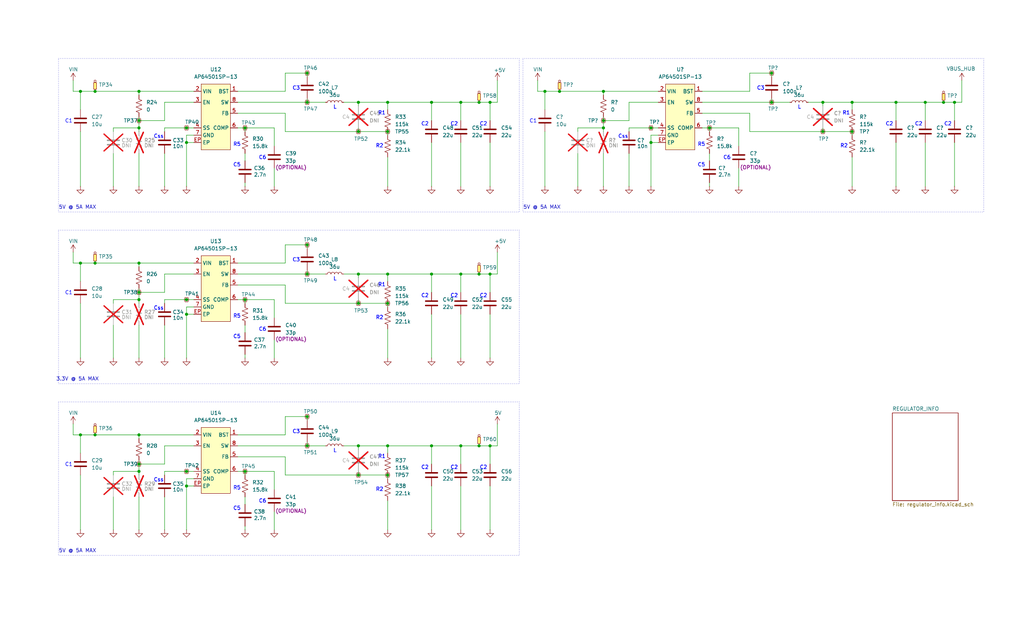
<source format=kicad_sch>
(kicad_sch
	(version 20250114)
	(generator "eeschema")
	(generator_version "9.0")
	(uuid "06af79e6-af6c-411d-acd2-425582448c4c")
	(paper "USLegal")
	
	(rectangle
		(start 181.61 20.32)
		(end 341.63 73.66)
		(stroke
			(width 0)
			(type dot)
		)
		(fill
			(type none)
		)
		(uuid 62f1caa4-eab9-4380-a120-1f7b64963715)
	)
	(rectangle
		(start 20.32 80.01)
		(end 180.34 133.35)
		(stroke
			(width 0)
			(type dot)
		)
		(fill
			(type none)
		)
		(uuid 81fa9cec-0fc3-4343-9638-afc28d61bba6)
	)
	(rectangle
		(start 20.32 139.7)
		(end 180.34 193.04)
		(stroke
			(width 0)
			(type dot)
		)
		(fill
			(type none)
		)
		(uuid a2e75f02-e696-4d3f-b18a-29ba7a62ac3a)
	)
	(rectangle
		(start 20.32 20.32)
		(end 180.34 73.66)
		(stroke
			(width 0)
			(type dot)
		)
		(fill
			(type none)
		)
		(uuid e095d424-3ed1-4e67-bb41-019fd765fe8d)
	)
	(text "5V @ 5A MAX"
		(exclude_from_sim no)
		(at 188.214 72.136 0)
		(effects
			(font
				(size 1.27 1.27)
			)
		)
		(uuid "3a5d7c26-222c-4724-aaf8-a46d501f0633")
	)
	(text "5V @ 5A MAX"
		(exclude_from_sim no)
		(at 26.924 72.136 0)
		(effects
			(font
				(size 1.27 1.27)
			)
		)
		(uuid "6821b7a4-f6ae-457e-bab8-d82f46d32a3d")
	)
	(text "3.3V @ 5A MAX"
		(exclude_from_sim no)
		(at 26.924 131.826 0)
		(effects
			(font
				(size 1.27 1.27)
			)
		)
		(uuid "72d1c63a-c3f1-46a1-b318-03b1c229b2b9")
	)
	(text "5V @ 5A MAX"
		(exclude_from_sim no)
		(at 26.924 191.516 0)
		(effects
			(font
				(size 1.27 1.27)
			)
		)
		(uuid "f5838268-f07a-4789-97da-28fb58e78ede")
	)
	(junction
		(at 106.68 25.4)
		(diameter 0)
		(color 0 0 0 0)
		(uuid "0074f86f-1abd-448f-805b-c4e315fef04f")
	)
	(junction
		(at 85.09 44.45)
		(diameter 0)
		(color 0 0 0 0)
		(uuid "0249d972-30b5-4fbe-90ff-28bc07e140d0")
	)
	(junction
		(at 226.06 44.45)
		(diameter 0)
		(color 0 0 0 0)
		(uuid "03017d38-02eb-473d-a010-e8f5217ad4b3")
	)
	(junction
		(at 209.55 44.45)
		(diameter 0)
		(color 0 0 0 0)
		(uuid "05b5c9b3-4f29-4a34-93e1-b446059a5586")
	)
	(junction
		(at 321.31 35.56)
		(diameter 0)
		(color 0 0 0 0)
		(uuid "0acbade7-bbf6-4d94-ae7e-5ae6e25dc010")
	)
	(junction
		(at 27.94 151.13)
		(diameter 0)
		(color 0 0 0 0)
		(uuid "0d7a5993-b84d-4ad9-acc0-2e5730ee5046")
	)
	(junction
		(at 124.46 154.94)
		(diameter 0)
		(color 0 0 0 0)
		(uuid "0d904ec7-08c8-4772-9558-c07f3f1698ef")
	)
	(junction
		(at 170.18 154.94)
		(diameter 0)
		(color 0 0 0 0)
		(uuid "11aaed1c-4c56-4ea2-838a-8188c50a8002")
	)
	(junction
		(at 33.02 91.44)
		(diameter 0)
		(color 0 0 0 0)
		(uuid "12712493-44aa-41f9-b7c6-cd22d756b378")
	)
	(junction
		(at 170.18 95.25)
		(diameter 0)
		(color 0 0 0 0)
		(uuid "1324163f-538b-4f4e-b515-11ca57b1dac5")
	)
	(junction
		(at 166.37 95.25)
		(diameter 0)
		(color 0 0 0 0)
		(uuid "19200c9a-dc8b-46b9-8ccc-6f46ef585ea3")
	)
	(junction
		(at 48.26 104.14)
		(diameter 0)
		(color 0 0 0 0)
		(uuid "1b725be5-fb1e-40d0-aa4a-781ee537ee61")
	)
	(junction
		(at 246.38 44.45)
		(diameter 0)
		(color 0 0 0 0)
		(uuid "1e10b4f7-04a0-4513-bd47-d8d5276e2b89")
	)
	(junction
		(at 33.02 31.75)
		(diameter 0)
		(color 0 0 0 0)
		(uuid "2a86485c-9431-4316-b448-c4a90de5e656")
	)
	(junction
		(at 209.55 31.75)
		(diameter 0)
		(color 0 0 0 0)
		(uuid "2aa34ebf-e0be-45e1-86eb-e6e584fd739e")
	)
	(junction
		(at 166.37 35.56)
		(diameter 0)
		(color 0 0 0 0)
		(uuid "2cff178f-0a23-4deb-a01b-0d2b026db9c5")
	)
	(junction
		(at 166.37 154.94)
		(diameter 0)
		(color 0 0 0 0)
		(uuid "3de611e7-e87f-4fe7-bdaa-02cf3dcb46ca")
	)
	(junction
		(at 48.26 161.29)
		(diameter 0)
		(color 0 0 0 0)
		(uuid "3e8fa64a-9163-4a06-9a68-94a883e97bd4")
	)
	(junction
		(at 48.26 101.6)
		(diameter 0)
		(color 0 0 0 0)
		(uuid "41b69294-6e5f-4e96-995b-d72c15fa7099")
	)
	(junction
		(at 124.46 35.56)
		(diameter 0)
		(color 0 0 0 0)
		(uuid "43733583-a027-4c60-aacb-c43b2c156a40")
	)
	(junction
		(at 27.94 31.75)
		(diameter 0)
		(color 0 0 0 0)
		(uuid "4f5e0b00-8b12-4bd8-a1fb-88c0a39eb8cd")
	)
	(junction
		(at 160.02 95.25)
		(diameter 0)
		(color 0 0 0 0)
		(uuid "539cdb3c-20d1-44c8-ad30-f9cfe176d12f")
	)
	(junction
		(at 124.46 105.41)
		(diameter 0)
		(color 0 0 0 0)
		(uuid "591e3b79-4a97-41da-962a-f7ba2c86b7a9")
	)
	(junction
		(at 160.02 35.56)
		(diameter 0)
		(color 0 0 0 0)
		(uuid "59d348cb-2abd-4225-9465-ab369def8e77")
	)
	(junction
		(at 48.26 91.44)
		(diameter 0)
		(color 0 0 0 0)
		(uuid "5e90cbd6-1c80-41c5-a55e-55dff6c29de3")
	)
	(junction
		(at 48.26 41.91)
		(diameter 0)
		(color 0 0 0 0)
		(uuid "5fd19a94-d1dd-455a-a718-9f35e3aa9930")
	)
	(junction
		(at 285.75 45.72)
		(diameter 0)
		(color 0 0 0 0)
		(uuid "65037491-42dd-4ad9-ae80-d6ebd02ae915")
	)
	(junction
		(at 267.97 35.56)
		(diameter 0)
		(color 0 0 0 0)
		(uuid "667d9894-954c-47d5-8a02-460a8fd189f8")
	)
	(junction
		(at 27.94 91.44)
		(diameter 0)
		(color 0 0 0 0)
		(uuid "6ab3430d-f56e-4d5b-8077-34d331ffeb1d")
	)
	(junction
		(at 134.62 45.72)
		(diameter 0)
		(color 0 0 0 0)
		(uuid "6eca912b-867b-47f9-9f2d-9637e87da4ab")
	)
	(junction
		(at 134.62 154.94)
		(diameter 0)
		(color 0 0 0 0)
		(uuid "729ba02e-6e62-431c-9a94-6ae0d669a910")
	)
	(junction
		(at 134.62 165.1)
		(diameter 0)
		(color 0 0 0 0)
		(uuid "795d428b-e62e-410c-89a3-82fbbaeb7281")
	)
	(junction
		(at 134.62 35.56)
		(diameter 0)
		(color 0 0 0 0)
		(uuid "8063fb6d-865e-404d-8874-114dcd1d4733")
	)
	(junction
		(at 85.09 163.83)
		(diameter 0)
		(color 0 0 0 0)
		(uuid "889e1de5-fc42-44b3-9b8b-096e79a7c697")
	)
	(junction
		(at 124.46 45.72)
		(diameter 0)
		(color 0 0 0 0)
		(uuid "8afd56a9-da5e-4aa7-adb7-678133ba303f")
	)
	(junction
		(at 311.15 35.56)
		(diameter 0)
		(color 0 0 0 0)
		(uuid "8b7a5e80-25ed-4280-bfdb-e8e875fdbbc2")
	)
	(junction
		(at 48.26 31.75)
		(diameter 0)
		(color 0 0 0 0)
		(uuid "8f4cc9f9-9f81-48f1-9ae8-57a2c4b96d77")
	)
	(junction
		(at 85.09 104.14)
		(diameter 0)
		(color 0 0 0 0)
		(uuid "97db43e7-965d-4717-b124-2234e11ffdcc")
	)
	(junction
		(at 64.77 49.53)
		(diameter 0)
		(color 0 0 0 0)
		(uuid "9a3b34a6-e197-4dd5-a4ec-c13c958d1dbe")
	)
	(junction
		(at 149.86 35.56)
		(diameter 0)
		(color 0 0 0 0)
		(uuid "9f34c46d-5365-451d-9c46-8464ca531a4a")
	)
	(junction
		(at 106.68 154.94)
		(diameter 0)
		(color 0 0 0 0)
		(uuid "a3b1b52e-69cb-4ba7-8ab7-19e22abd03e1")
	)
	(junction
		(at 149.86 154.94)
		(diameter 0)
		(color 0 0 0 0)
		(uuid "a3d608fd-5baa-4c1e-9301-9e0dbc597f69")
	)
	(junction
		(at 64.77 44.45)
		(diameter 0)
		(color 0 0 0 0)
		(uuid "a442df1f-ca71-4ee4-9c89-5e18179f5d4f")
	)
	(junction
		(at 285.75 35.56)
		(diameter 0)
		(color 0 0 0 0)
		(uuid "b33a48a4-926c-42b7-b88b-c9469837006f")
	)
	(junction
		(at 106.68 144.78)
		(diameter 0)
		(color 0 0 0 0)
		(uuid "b3c12dc5-8464-41a0-9199-d0b41b4bac7a")
	)
	(junction
		(at 134.62 105.41)
		(diameter 0)
		(color 0 0 0 0)
		(uuid "b4acb138-3a3d-4c89-b637-dcc4e736464a")
	)
	(junction
		(at 64.77 109.22)
		(diameter 0)
		(color 0 0 0 0)
		(uuid "b63c5ded-6f12-4562-b442-ac8f2cafe9f2")
	)
	(junction
		(at 106.68 85.09)
		(diameter 0)
		(color 0 0 0 0)
		(uuid "bb063cb7-bcc3-4156-a31f-e11b4d8dc765")
	)
	(junction
		(at 48.26 151.13)
		(diameter 0)
		(color 0 0 0 0)
		(uuid "beb7908c-7c81-489b-afdd-f2474e942e50")
	)
	(junction
		(at 33.02 151.13)
		(diameter 0)
		(color 0 0 0 0)
		(uuid "c00a664b-4699-4082-8dec-1e4ad7d41638")
	)
	(junction
		(at 331.47 35.56)
		(diameter 0)
		(color 0 0 0 0)
		(uuid "c3760467-97e5-4e6b-a4e4-18d5a4668b00")
	)
	(junction
		(at 295.91 45.72)
		(diameter 0)
		(color 0 0 0 0)
		(uuid "c5093937-7374-46cb-b2b3-c53a9179746f")
	)
	(junction
		(at 226.06 49.53)
		(diameter 0)
		(color 0 0 0 0)
		(uuid "c594de44-0dfc-4ddf-aaf0-2728fa4b500f")
	)
	(junction
		(at 64.77 168.91)
		(diameter 0)
		(color 0 0 0 0)
		(uuid "ccc44731-bedc-4d77-816c-202cb689cacf")
	)
	(junction
		(at 64.77 104.14)
		(diameter 0)
		(color 0 0 0 0)
		(uuid "d4292bb4-5346-4477-9314-939c60a20e44")
	)
	(junction
		(at 209.55 41.91)
		(diameter 0)
		(color 0 0 0 0)
		(uuid "d4dceb36-458e-4cef-9096-efc072cb113f")
	)
	(junction
		(at 124.46 95.25)
		(diameter 0)
		(color 0 0 0 0)
		(uuid "d6274550-d47f-4839-a1ce-aafc81b7e6d3")
	)
	(junction
		(at 48.26 44.45)
		(diameter 0)
		(color 0 0 0 0)
		(uuid "ddca9deb-fd55-4f34-bd3b-9e42dc458800")
	)
	(junction
		(at 134.62 95.25)
		(diameter 0)
		(color 0 0 0 0)
		(uuid "de5e9833-eceb-4605-90c9-0908dd032ac0")
	)
	(junction
		(at 327.66 35.56)
		(diameter 0)
		(color 0 0 0 0)
		(uuid "de84b011-4f09-4297-872e-e03a58ed1d19")
	)
	(junction
		(at 106.68 35.56)
		(diameter 0)
		(color 0 0 0 0)
		(uuid "e2303fac-8c22-4f0e-a52a-d55def812787")
	)
	(junction
		(at 267.97 25.4)
		(diameter 0)
		(color 0 0 0 0)
		(uuid "e77fdb7b-92ad-4444-9e54-f166a8b610a4")
	)
	(junction
		(at 64.77 163.83)
		(diameter 0)
		(color 0 0 0 0)
		(uuid "e83f1cd8-bdea-4f06-8625-f19c59c15c75")
	)
	(junction
		(at 48.26 163.83)
		(diameter 0)
		(color 0 0 0 0)
		(uuid "edd11669-5e5e-495a-bab3-c328b63ad4e7")
	)
	(junction
		(at 295.91 35.56)
		(diameter 0)
		(color 0 0 0 0)
		(uuid "edd1d3da-aff0-449b-b2cd-a59556b42983")
	)
	(junction
		(at 124.46 165.1)
		(diameter 0)
		(color 0 0 0 0)
		(uuid "ee2c8288-8382-4eac-8e0d-2a26f2c2a087")
	)
	(junction
		(at 149.86 95.25)
		(diameter 0)
		(color 0 0 0 0)
		(uuid "ee6c7543-4808-41d0-a690-1e9495ad8560")
	)
	(junction
		(at 160.02 154.94)
		(diameter 0)
		(color 0 0 0 0)
		(uuid "f31c03d0-1e84-4a89-a2fb-29e8630392d5")
	)
	(junction
		(at 170.18 35.56)
		(diameter 0)
		(color 0 0 0 0)
		(uuid "f79451ce-c144-4ac9-b977-caec27256642")
	)
	(junction
		(at 194.31 31.75)
		(diameter 0)
		(color 0 0 0 0)
		(uuid "f7fc2b26-3fe0-49b4-beef-fd726ef65bb3")
	)
	(junction
		(at 189.23 31.75)
		(diameter 0)
		(color 0 0 0 0)
		(uuid "fad0ba70-ddbc-4548-90d6-a4d6f398aaef")
	)
	(junction
		(at 106.68 95.25)
		(diameter 0)
		(color 0 0 0 0)
		(uuid "fbc2d8fb-6897-4810-960b-1bb0fe768c92")
	)
	(wire
		(pts
			(xy 119.38 35.56) (xy 124.46 35.56)
		)
		(stroke
			(width 0)
			(type default)
		)
		(uuid "002e7844-c2c5-477d-93ee-44dc8a8016d5")
	)
	(wire
		(pts
			(xy 39.37 163.83) (xy 48.26 163.83)
		)
		(stroke
			(width 0)
			(type default)
		)
		(uuid "017d8caa-e0f5-4f7b-9fad-5f267eeff31b")
	)
	(wire
		(pts
			(xy 124.46 105.41) (xy 134.62 105.41)
		)
		(stroke
			(width 0)
			(type default)
		)
		(uuid "02d0bf2e-e34b-4244-b42b-51e9d876c4a8")
	)
	(wire
		(pts
			(xy 64.77 49.53) (xy 67.31 49.53)
		)
		(stroke
			(width 0)
			(type default)
		)
		(uuid "03a19da7-af24-48dd-ac08-196ecfc000bd")
	)
	(wire
		(pts
			(xy 134.62 35.56) (xy 124.46 35.56)
		)
		(stroke
			(width 0)
			(type default)
		)
		(uuid "03ef5f80-4bb5-46ba-8f70-28475acc35cb")
	)
	(wire
		(pts
			(xy 243.84 39.37) (xy 260.35 39.37)
		)
		(stroke
			(width 0)
			(type default)
		)
		(uuid "04b73386-6488-491b-b002-e997c5b1a63b")
	)
	(wire
		(pts
			(xy 95.25 58.42) (xy 95.25 64.77)
		)
		(stroke
			(width 0)
			(type default)
		)
		(uuid "04bd7c55-a971-4d03-9472-fd2e97d1c471")
	)
	(wire
		(pts
			(xy 106.68 25.4) (xy 106.68 26.67)
		)
		(stroke
			(width 0)
			(type default)
		)
		(uuid "0585343b-95a0-43e3-9eaf-66bbfdda89b8")
	)
	(wire
		(pts
			(xy 85.09 104.14) (xy 85.09 105.41)
		)
		(stroke
			(width 0)
			(type default)
		)
		(uuid "05bb6b68-026b-4591-8b48-763fd1e68ff3")
	)
	(wire
		(pts
			(xy 218.44 44.45) (xy 226.06 44.45)
		)
		(stroke
			(width 0)
			(type default)
		)
		(uuid "087b228a-c853-4224-8568-47533c6b0317")
	)
	(wire
		(pts
			(xy 170.18 49.53) (xy 170.18 64.77)
		)
		(stroke
			(width 0)
			(type default)
		)
		(uuid "08934102-37b7-4f1e-bbd5-9687793d44d6")
	)
	(wire
		(pts
			(xy 160.02 109.22) (xy 160.02 124.46)
		)
		(stroke
			(width 0)
			(type default)
		)
		(uuid "0935bd0b-7ec8-4398-bfe6-3b473073e192")
	)
	(wire
		(pts
			(xy 170.18 95.25) (xy 170.18 101.6)
		)
		(stroke
			(width 0)
			(type default)
		)
		(uuid "0b671af6-c736-4550-a3d3-030af8bf1d85")
	)
	(wire
		(pts
			(xy 189.23 31.75) (xy 194.31 31.75)
		)
		(stroke
			(width 0)
			(type default)
		)
		(uuid "0cdc63f2-d367-41d0-84ae-5f11cf3364de")
	)
	(wire
		(pts
			(xy 295.91 35.56) (xy 285.75 35.56)
		)
		(stroke
			(width 0)
			(type default)
		)
		(uuid "0d3fd098-bf85-4840-9f40-4cd917998c21")
	)
	(wire
		(pts
			(xy 95.25 177.8) (xy 95.25 184.15)
		)
		(stroke
			(width 0)
			(type default)
		)
		(uuid "0dd49e90-24a7-4c33-b33f-7b6ac02d6cf4")
	)
	(wire
		(pts
			(xy 134.62 45.72) (xy 134.62 46.99)
		)
		(stroke
			(width 0)
			(type default)
		)
		(uuid "0e97027d-da3e-4303-8b05-745a3e2a4275")
	)
	(wire
		(pts
			(xy 119.38 154.94) (xy 124.46 154.94)
		)
		(stroke
			(width 0)
			(type default)
		)
		(uuid "1093a2ff-3349-4bf3-895e-0b42dea5da22")
	)
	(wire
		(pts
			(xy 99.06 25.4) (xy 106.68 25.4)
		)
		(stroke
			(width 0)
			(type default)
		)
		(uuid "11e80eea-401a-45e2-9379-dc24ed147326")
	)
	(wire
		(pts
			(xy 106.68 35.56) (xy 106.68 34.29)
		)
		(stroke
			(width 0)
			(type default)
		)
		(uuid "12c3ba7c-e178-46c7-8d51-e01df0a26237")
	)
	(wire
		(pts
			(xy 243.84 44.45) (xy 246.38 44.45)
		)
		(stroke
			(width 0)
			(type default)
		)
		(uuid "15a88e55-1bd3-4fbd-b8de-46c6d43f5c4c")
	)
	(wire
		(pts
			(xy 285.75 45.72) (xy 295.91 45.72)
		)
		(stroke
			(width 0)
			(type default)
		)
		(uuid "1616e047-da41-418f-abdb-69be6c03156e")
	)
	(wire
		(pts
			(xy 134.62 54.61) (xy 134.62 64.77)
		)
		(stroke
			(width 0)
			(type default)
		)
		(uuid "176b2063-02ac-4c3c-99a7-ce3e5b7100b4")
	)
	(wire
		(pts
			(xy 166.37 95.25) (xy 170.18 95.25)
		)
		(stroke
			(width 0)
			(type default)
		)
		(uuid "18641d44-e146-4257-86db-fded345c15f2")
	)
	(wire
		(pts
			(xy 64.77 104.14) (xy 67.31 104.14)
		)
		(stroke
			(width 0)
			(type default)
		)
		(uuid "18bb3839-1c40-4dc8-ae19-5ee5efbf11ab")
	)
	(wire
		(pts
			(xy 82.55 44.45) (xy 85.09 44.45)
		)
		(stroke
			(width 0)
			(type default)
		)
		(uuid "1a7a7cb4-a5d0-4309-9300-ac7d7561b1d4")
	)
	(wire
		(pts
			(xy 82.55 31.75) (xy 99.06 31.75)
		)
		(stroke
			(width 0)
			(type default)
		)
		(uuid "1ea48421-8c27-4f7c-9de7-9ef949f22a62")
	)
	(wire
		(pts
			(xy 48.26 91.44) (xy 67.31 91.44)
		)
		(stroke
			(width 0)
			(type default)
		)
		(uuid "1f5d7baf-87fb-49d5-8cc0-a57e3c9455a3")
	)
	(wire
		(pts
			(xy 48.26 172.72) (xy 48.26 184.15)
		)
		(stroke
			(width 0)
			(type default)
		)
		(uuid "1fb0b1f5-ee1a-4555-b72c-8f584c9dad55")
	)
	(wire
		(pts
			(xy 285.75 44.45) (xy 285.75 45.72)
		)
		(stroke
			(width 0)
			(type default)
		)
		(uuid "21017cfe-89a7-45c8-9f91-500a54001aa6")
	)
	(wire
		(pts
			(xy 82.55 158.75) (xy 99.06 158.75)
		)
		(stroke
			(width 0)
			(type default)
		)
		(uuid "224d7fc6-5793-4280-8536-a21dba7338df")
	)
	(wire
		(pts
			(xy 134.62 35.56) (xy 149.86 35.56)
		)
		(stroke
			(width 0)
			(type default)
		)
		(uuid "224ea3dd-3863-4cff-892e-803b32c7fd5b")
	)
	(wire
		(pts
			(xy 99.06 99.06) (xy 99.06 105.41)
		)
		(stroke
			(width 0)
			(type default)
		)
		(uuid "230c08ef-3480-4cd9-9dac-23a554b515ad")
	)
	(wire
		(pts
			(xy 48.26 101.6) (xy 48.26 104.14)
		)
		(stroke
			(width 0)
			(type default)
		)
		(uuid "237aeb3f-8972-4c05-bebc-3e004be98f20")
	)
	(wire
		(pts
			(xy 57.15 163.83) (xy 64.77 163.83)
		)
		(stroke
			(width 0)
			(type default)
		)
		(uuid "2535dcc7-5528-47b0-b85a-e4cfe599314b")
	)
	(wire
		(pts
			(xy 57.15 35.56) (xy 57.15 41.91)
		)
		(stroke
			(width 0)
			(type default)
		)
		(uuid "270b7503-622b-4d1e-ab27-a863e11396b7")
	)
	(wire
		(pts
			(xy 200.66 53.34) (xy 200.66 64.77)
		)
		(stroke
			(width 0)
			(type default)
		)
		(uuid "2a4a9058-e26b-4452-810e-7cb33367ac78")
	)
	(wire
		(pts
			(xy 124.46 104.14) (xy 124.46 105.41)
		)
		(stroke
			(width 0)
			(type default)
		)
		(uuid "2accd558-9d35-4c95-8d50-7bfa723b1979")
	)
	(wire
		(pts
			(xy 321.31 35.56) (xy 321.31 41.91)
		)
		(stroke
			(width 0)
			(type default)
		)
		(uuid "2c7575be-097b-4cb2-b250-474b3a466e8c")
	)
	(wire
		(pts
			(xy 334.01 35.56) (xy 331.47 35.56)
		)
		(stroke
			(width 0)
			(type default)
		)
		(uuid "2cf0b2cb-f4d1-4b60-a0d2-3d092f7bcd9a")
	)
	(wire
		(pts
			(xy 311.15 49.53) (xy 311.15 64.77)
		)
		(stroke
			(width 0)
			(type default)
		)
		(uuid "2daa11f4-ef41-4c2f-ac79-a61884ab1570")
	)
	(wire
		(pts
			(xy 149.86 154.94) (xy 160.02 154.94)
		)
		(stroke
			(width 0)
			(type default)
		)
		(uuid "2eb46378-c03d-445c-bdaa-1354c23280bc")
	)
	(wire
		(pts
			(xy 226.06 49.53) (xy 228.6 49.53)
		)
		(stroke
			(width 0)
			(type default)
		)
		(uuid "308eb04a-c4c5-4a69-a72f-c2e7f648166a")
	)
	(wire
		(pts
			(xy 172.72 35.56) (xy 170.18 35.56)
		)
		(stroke
			(width 0)
			(type default)
		)
		(uuid "31e7a3ab-7d8e-4221-893b-67107d0938c3")
	)
	(wire
		(pts
			(xy 48.26 41.91) (xy 48.26 44.45)
		)
		(stroke
			(width 0)
			(type default)
		)
		(uuid "3229b01e-faab-4338-8e4c-cea55ca4dfd9")
	)
	(wire
		(pts
			(xy 57.15 44.45) (xy 57.15 45.72)
		)
		(stroke
			(width 0)
			(type default)
		)
		(uuid "32c06df2-6d66-4a0e-a925-1661e9f4ea59")
	)
	(wire
		(pts
			(xy 209.55 31.75) (xy 228.6 31.75)
		)
		(stroke
			(width 0)
			(type default)
		)
		(uuid "33bed13e-872b-4b35-bc4e-c20f3949c13b")
	)
	(wire
		(pts
			(xy 82.55 163.83) (xy 85.09 163.83)
		)
		(stroke
			(width 0)
			(type default)
		)
		(uuid "343da14d-d962-459e-8b62-86f4d64559c3")
	)
	(wire
		(pts
			(xy 124.46 165.1) (xy 134.62 165.1)
		)
		(stroke
			(width 0)
			(type default)
		)
		(uuid "35a758cc-bee9-468b-a355-a65b4beaa25a")
	)
	(wire
		(pts
			(xy 27.94 91.44) (xy 33.02 91.44)
		)
		(stroke
			(width 0)
			(type default)
		)
		(uuid "3770d68d-6d9a-4512-818f-52ad1fc5528a")
	)
	(wire
		(pts
			(xy 106.68 35.56) (xy 113.03 35.56)
		)
		(stroke
			(width 0)
			(type default)
		)
		(uuid "37bdad57-d681-47e2-8413-6b81da816e41")
	)
	(wire
		(pts
			(xy 82.55 95.25) (xy 106.68 95.25)
		)
		(stroke
			(width 0)
			(type default)
		)
		(uuid "381acf59-4002-4b17-9c7f-c6985c778df1")
	)
	(wire
		(pts
			(xy 260.35 45.72) (xy 285.75 45.72)
		)
		(stroke
			(width 0)
			(type default)
		)
		(uuid "3e449f9f-63f2-4eff-bfcd-e17b6c5fc155")
	)
	(wire
		(pts
			(xy 39.37 113.03) (xy 39.37 124.46)
		)
		(stroke
			(width 0)
			(type default)
		)
		(uuid "3f30b7cd-ba13-41a2-8e8c-35aef3a9ac97")
	)
	(wire
		(pts
			(xy 295.91 54.61) (xy 295.91 64.77)
		)
		(stroke
			(width 0)
			(type default)
		)
		(uuid "42cef560-c87c-491e-9a66-8c414c50d6b6")
	)
	(wire
		(pts
			(xy 226.06 49.53) (xy 226.06 46.99)
		)
		(stroke
			(width 0)
			(type default)
		)
		(uuid "4385834e-ff91-4743-ba11-64f0ce7c88d2")
	)
	(wire
		(pts
			(xy 106.68 85.09) (xy 106.68 86.36)
		)
		(stroke
			(width 0)
			(type default)
		)
		(uuid "43eb57bf-ef20-477a-87e8-5212d2066896")
	)
	(wire
		(pts
			(xy 27.94 38.1) (xy 27.94 31.75)
		)
		(stroke
			(width 0)
			(type default)
		)
		(uuid "44536d51-2d3b-47ab-b617-2aa70d1e3dd8")
	)
	(wire
		(pts
			(xy 48.26 100.33) (xy 48.26 101.6)
		)
		(stroke
			(width 0)
			(type default)
		)
		(uuid "44ff9592-176d-4050-ae6a-99a93d4ce91b")
	)
	(wire
		(pts
			(xy 124.46 163.83) (xy 124.46 165.1)
		)
		(stroke
			(width 0)
			(type default)
		)
		(uuid "466dc561-1455-4242-b272-17046759304c")
	)
	(wire
		(pts
			(xy 64.77 109.22) (xy 67.31 109.22)
		)
		(stroke
			(width 0)
			(type default)
		)
		(uuid "4675d918-da6e-459d-95dd-995cc11db29f")
	)
	(wire
		(pts
			(xy 209.55 44.45) (xy 209.55 45.72)
		)
		(stroke
			(width 0)
			(type default)
		)
		(uuid "47600ea8-6b59-4444-9475-3b79f015711f")
	)
	(wire
		(pts
			(xy 48.26 161.29) (xy 57.15 161.29)
		)
		(stroke
			(width 0)
			(type default)
		)
		(uuid "4774cf98-b7fd-4353-a0dd-ed86ee116014")
	)
	(wire
		(pts
			(xy 134.62 105.41) (xy 134.62 106.68)
		)
		(stroke
			(width 0)
			(type default)
		)
		(uuid "49738812-67a5-4b22-ac9c-d7ca777d975f")
	)
	(wire
		(pts
			(xy 27.94 151.13) (xy 33.02 151.13)
		)
		(stroke
			(width 0)
			(type default)
		)
		(uuid "499632d5-a517-4ca6-a143-a4b2918acdd3")
	)
	(wire
		(pts
			(xy 57.15 53.34) (xy 57.15 64.77)
		)
		(stroke
			(width 0)
			(type default)
		)
		(uuid "4ae524e8-0e3a-4ff2-8319-32cd8028231b")
	)
	(wire
		(pts
			(xy 57.15 113.03) (xy 57.15 124.46)
		)
		(stroke
			(width 0)
			(type default)
		)
		(uuid "4b2dbf48-8ccf-4f7f-a784-cf5c7a2faf65")
	)
	(wire
		(pts
			(xy 160.02 35.56) (xy 160.02 41.91)
		)
		(stroke
			(width 0)
			(type default)
		)
		(uuid "4cca9548-03d0-4908-b2de-a11415b7e3b9")
	)
	(wire
		(pts
			(xy 106.68 144.78) (xy 106.68 146.05)
		)
		(stroke
			(width 0)
			(type default)
		)
		(uuid "4cd1913c-929b-42f3-9c56-242bf2f3b73d")
	)
	(wire
		(pts
			(xy 218.44 35.56) (xy 218.44 41.91)
		)
		(stroke
			(width 0)
			(type default)
		)
		(uuid "4d163f1a-f5d4-4893-9a95-78ac5da7831d")
	)
	(wire
		(pts
			(xy 209.55 53.34) (xy 209.55 64.77)
		)
		(stroke
			(width 0)
			(type default)
		)
		(uuid "4dbb142e-9e21-498d-ad9e-39c94678420d")
	)
	(wire
		(pts
			(xy 166.37 35.56) (xy 170.18 35.56)
		)
		(stroke
			(width 0)
			(type default)
		)
		(uuid "4f01b85a-b7e4-48d9-9cfc-1a5c0ba898eb")
	)
	(wire
		(pts
			(xy 99.06 25.4) (xy 99.06 31.75)
		)
		(stroke
			(width 0)
			(type default)
		)
		(uuid "4fdbe848-71f7-445e-be03-fde6cfbbfeb6")
	)
	(wire
		(pts
			(xy 170.18 168.91) (xy 170.18 184.15)
		)
		(stroke
			(width 0)
			(type default)
		)
		(uuid "50e80097-cf43-4a09-b9cd-f626bba9bd2a")
	)
	(wire
		(pts
			(xy 295.91 38.1) (xy 295.91 35.56)
		)
		(stroke
			(width 0)
			(type default)
		)
		(uuid "517c86e2-c2b4-4430-9c40-7b63b216862a")
	)
	(wire
		(pts
			(xy 172.72 95.25) (xy 170.18 95.25)
		)
		(stroke
			(width 0)
			(type default)
		)
		(uuid "53c265cc-85a7-47c8-b8b4-fbce40a95a87")
	)
	(wire
		(pts
			(xy 334.01 27.94) (xy 334.01 35.56)
		)
		(stroke
			(width 0)
			(type default)
		)
		(uuid "5627b5d4-91fc-4dc5-8bcd-c8e32dbe68b6")
	)
	(wire
		(pts
			(xy 160.02 154.94) (xy 166.37 154.94)
		)
		(stroke
			(width 0)
			(type default)
		)
		(uuid "56b6ab47-77c3-4b20-b1d4-34e6a12a6fbd")
	)
	(wire
		(pts
			(xy 209.55 41.91) (xy 209.55 44.45)
		)
		(stroke
			(width 0)
			(type default)
		)
		(uuid "56c5288c-88a4-4efa-8085-e2d74211b3c8")
	)
	(wire
		(pts
			(xy 64.77 163.83) (xy 67.31 163.83)
		)
		(stroke
			(width 0)
			(type default)
		)
		(uuid "56cec38e-abd6-461c-b7d0-0392ab3ea42b")
	)
	(wire
		(pts
			(xy 200.66 45.72) (xy 200.66 44.45)
		)
		(stroke
			(width 0)
			(type default)
		)
		(uuid "579b2d52-8db9-44cc-9aa3-00ab38fc18a6")
	)
	(wire
		(pts
			(xy 82.55 91.44) (xy 99.06 91.44)
		)
		(stroke
			(width 0)
			(type default)
		)
		(uuid "57cbe17d-0e70-4fbd-9afd-52e1fb6f48b3")
	)
	(wire
		(pts
			(xy 25.4 151.13) (xy 27.94 151.13)
		)
		(stroke
			(width 0)
			(type default)
		)
		(uuid "59afcb59-132a-4e11-9215-6efaef52c3ca")
	)
	(wire
		(pts
			(xy 85.09 172.72) (xy 85.09 175.26)
		)
		(stroke
			(width 0)
			(type default)
		)
		(uuid "5a53279d-2241-4a19-85d3-ea0a34ec6797")
	)
	(wire
		(pts
			(xy 119.38 95.25) (xy 124.46 95.25)
		)
		(stroke
			(width 0)
			(type default)
		)
		(uuid "5ae500fd-0d93-4b6f-8148-26971a848783")
	)
	(wire
		(pts
			(xy 64.77 168.91) (xy 64.77 166.37)
		)
		(stroke
			(width 0)
			(type default)
		)
		(uuid "5afad6eb-c643-4aee-90e6-f25e70e9d749")
	)
	(wire
		(pts
			(xy 39.37 53.34) (xy 39.37 64.77)
		)
		(stroke
			(width 0)
			(type default)
		)
		(uuid "5b7d41c2-9de2-4b4c-aaab-7283469146da")
	)
	(wire
		(pts
			(xy 134.62 114.3) (xy 134.62 124.46)
		)
		(stroke
			(width 0)
			(type default)
		)
		(uuid "611b9401-5ad9-4d0c-b6b1-4381c36d75ae")
	)
	(wire
		(pts
			(xy 134.62 154.94) (xy 124.46 154.94)
		)
		(stroke
			(width 0)
			(type default)
		)
		(uuid "6357d3cd-b218-45a3-aa0e-3ba6fe258f96")
	)
	(wire
		(pts
			(xy 134.62 95.25) (xy 124.46 95.25)
		)
		(stroke
			(width 0)
			(type default)
		)
		(uuid "6432b09e-1032-4fbe-be20-a5f7ec821f02")
	)
	(wire
		(pts
			(xy 189.23 45.72) (xy 189.23 64.77)
		)
		(stroke
			(width 0)
			(type default)
		)
		(uuid "643f15e1-87ad-40a6-a729-40ea65648759")
	)
	(wire
		(pts
			(xy 48.26 44.45) (xy 48.26 45.72)
		)
		(stroke
			(width 0)
			(type default)
		)
		(uuid "649cd1d9-d93e-486c-8469-527d765152dc")
	)
	(wire
		(pts
			(xy 311.15 35.56) (xy 321.31 35.56)
		)
		(stroke
			(width 0)
			(type default)
		)
		(uuid "65744f88-b777-4ede-be66-51efbba5b399")
	)
	(wire
		(pts
			(xy 209.55 31.75) (xy 209.55 33.02)
		)
		(stroke
			(width 0)
			(type default)
		)
		(uuid "6616e865-3826-4412-b4a4-f100495a9f72")
	)
	(wire
		(pts
			(xy 149.86 154.94) (xy 149.86 161.29)
		)
		(stroke
			(width 0)
			(type default)
		)
		(uuid "669e8a3c-cd0e-4452-a563-dce820bedf0c")
	)
	(wire
		(pts
			(xy 226.06 64.77) (xy 226.06 49.53)
		)
		(stroke
			(width 0)
			(type default)
		)
		(uuid "67017177-2801-4dcb-b5dd-d44d92a9cc59")
	)
	(wire
		(pts
			(xy 48.26 113.03) (xy 48.26 124.46)
		)
		(stroke
			(width 0)
			(type default)
		)
		(uuid "67cb335c-c1fe-4773-b8af-9d0a8ea9ff85")
	)
	(wire
		(pts
			(xy 149.86 95.25) (xy 160.02 95.25)
		)
		(stroke
			(width 0)
			(type default)
		)
		(uuid "682578ae-0260-4a2d-8214-cd58641c63cc")
	)
	(wire
		(pts
			(xy 82.55 99.06) (xy 99.06 99.06)
		)
		(stroke
			(width 0)
			(type default)
		)
		(uuid "684f5884-6835-4f86-a48b-2a0eeae727bf")
	)
	(wire
		(pts
			(xy 321.31 49.53) (xy 321.31 64.77)
		)
		(stroke
			(width 0)
			(type default)
		)
		(uuid "69872b1e-99a6-4dcf-ac5d-efea708f5845")
	)
	(wire
		(pts
			(xy 48.26 91.44) (xy 48.26 92.71)
		)
		(stroke
			(width 0)
			(type default)
		)
		(uuid "69ac7b4c-ea9b-4e14-8b8d-975528afee0f")
	)
	(wire
		(pts
			(xy 295.91 35.56) (xy 311.15 35.56)
		)
		(stroke
			(width 0)
			(type default)
		)
		(uuid "6a9b8d17-cbad-4be1-af9e-9646dcb5c09a")
	)
	(wire
		(pts
			(xy 27.94 97.79) (xy 27.94 91.44)
		)
		(stroke
			(width 0)
			(type default)
		)
		(uuid "6ab969fe-4882-4353-9d4b-0bff777c0590")
	)
	(wire
		(pts
			(xy 149.86 168.91) (xy 149.86 184.15)
		)
		(stroke
			(width 0)
			(type default)
		)
		(uuid "6b9425bb-c935-4008-a5a7-8875610a2629")
	)
	(wire
		(pts
			(xy 124.46 35.56) (xy 124.46 36.83)
		)
		(stroke
			(width 0)
			(type default)
		)
		(uuid "6c88d6e3-c9a9-42c3-addc-9e0414ed3d88")
	)
	(wire
		(pts
			(xy 64.77 124.46) (xy 64.77 109.22)
		)
		(stroke
			(width 0)
			(type default)
		)
		(uuid "6c8f681e-3be5-49c5-9ac0-bd588411a9c4")
	)
	(wire
		(pts
			(xy 48.26 160.02) (xy 48.26 161.29)
		)
		(stroke
			(width 0)
			(type default)
		)
		(uuid "6e8e5e88-8c96-43ea-b5f1-82295f036915")
	)
	(wire
		(pts
			(xy 85.09 123.19) (xy 85.09 124.46)
		)
		(stroke
			(width 0)
			(type default)
		)
		(uuid "71e66afe-cb2b-4c11-9783-5387aece4406")
	)
	(wire
		(pts
			(xy 82.55 154.94) (xy 106.68 154.94)
		)
		(stroke
			(width 0)
			(type default)
		)
		(uuid "747b66a4-ddc9-401a-b0e3-e649ca5b2bc6")
	)
	(wire
		(pts
			(xy 39.37 105.41) (xy 39.37 104.14)
		)
		(stroke
			(width 0)
			(type default)
		)
		(uuid "76a1d6ea-6c1c-486d-b9c1-f843bd7bb33f")
	)
	(wire
		(pts
			(xy 327.66 35.56) (xy 331.47 35.56)
		)
		(stroke
			(width 0)
			(type default)
		)
		(uuid "76bf6e94-b1a7-41d9-8974-79e2f4fdc206")
	)
	(wire
		(pts
			(xy 124.46 45.72) (xy 134.62 45.72)
		)
		(stroke
			(width 0)
			(type default)
		)
		(uuid "770bd9ae-46c4-4262-94cf-e3d5783bab15")
	)
	(wire
		(pts
			(xy 99.06 165.1) (xy 124.46 165.1)
		)
		(stroke
			(width 0)
			(type default)
		)
		(uuid "77caa36a-0c94-496a-ab23-415f55a7cad2")
	)
	(wire
		(pts
			(xy 331.47 35.56) (xy 331.47 41.91)
		)
		(stroke
			(width 0)
			(type default)
		)
		(uuid "787badca-b0c7-4710-9260-67eca740c856")
	)
	(wire
		(pts
			(xy 170.18 35.56) (xy 170.18 41.91)
		)
		(stroke
			(width 0)
			(type default)
		)
		(uuid "78d7e6d2-14d5-4fae-868d-a14b02780dd6")
	)
	(wire
		(pts
			(xy 82.55 104.14) (xy 85.09 104.14)
		)
		(stroke
			(width 0)
			(type default)
		)
		(uuid "795ccbf6-a036-4d36-920d-f4a57f465772")
	)
	(wire
		(pts
			(xy 160.02 95.25) (xy 166.37 95.25)
		)
		(stroke
			(width 0)
			(type default)
		)
		(uuid "7ad9954e-b0e2-4908-bf75-18623442a30e")
	)
	(wire
		(pts
			(xy 99.06 158.75) (xy 99.06 165.1)
		)
		(stroke
			(width 0)
			(type default)
		)
		(uuid "7ec3ad4d-451b-412e-a153-b6a02c086f48")
	)
	(wire
		(pts
			(xy 95.25 118.11) (xy 95.25 124.46)
		)
		(stroke
			(width 0)
			(type default)
		)
		(uuid "7eca795b-15ed-4c9b-8553-dd7587b07848")
	)
	(wire
		(pts
			(xy 149.86 109.22) (xy 149.86 124.46)
		)
		(stroke
			(width 0)
			(type default)
		)
		(uuid "7f11ffce-72a9-421e-af05-1fcba83a75d4")
	)
	(wire
		(pts
			(xy 64.77 166.37) (xy 67.31 166.37)
		)
		(stroke
			(width 0)
			(type default)
		)
		(uuid "7f39b542-985f-4200-8fd4-bafde670e81a")
	)
	(wire
		(pts
			(xy 124.46 44.45) (xy 124.46 45.72)
		)
		(stroke
			(width 0)
			(type default)
		)
		(uuid "7f80b0e8-9134-4ea4-ac17-b6d1bd53aa57")
	)
	(wire
		(pts
			(xy 260.35 25.4) (xy 267.97 25.4)
		)
		(stroke
			(width 0)
			(type default)
		)
		(uuid "7febc7ca-65d5-4a14-9a7d-fbeaaf6a58d4")
	)
	(wire
		(pts
			(xy 99.06 39.37) (xy 99.06 45.72)
		)
		(stroke
			(width 0)
			(type default)
		)
		(uuid "806fdb12-c7e2-4082-9f14-120183025cd9")
	)
	(wire
		(pts
			(xy 134.62 165.1) (xy 134.62 166.37)
		)
		(stroke
			(width 0)
			(type default)
		)
		(uuid "83238fd9-3336-4a32-a54a-eb71c5bc2e7a")
	)
	(wire
		(pts
			(xy 160.02 35.56) (xy 166.37 35.56)
		)
		(stroke
			(width 0)
			(type default)
		)
		(uuid "84462025-eb0a-4fe1-9918-0ab70a1b7a1d")
	)
	(wire
		(pts
			(xy 99.06 85.09) (xy 106.68 85.09)
		)
		(stroke
			(width 0)
			(type default)
		)
		(uuid "857d856c-4209-4c2a-abb1-485c87c728c4")
	)
	(wire
		(pts
			(xy 25.4 31.75) (xy 27.94 31.75)
		)
		(stroke
			(width 0)
			(type default)
		)
		(uuid "85f7edeb-e817-4901-be4e-a493d83c3984")
	)
	(wire
		(pts
			(xy 57.15 95.25) (xy 57.15 101.6)
		)
		(stroke
			(width 0)
			(type default)
		)
		(uuid "864d2880-cf1a-4412-8bd4-c943cc26d575")
	)
	(wire
		(pts
			(xy 218.44 44.45) (xy 218.44 45.72)
		)
		(stroke
			(width 0)
			(type default)
		)
		(uuid "8657ce1e-e6ad-4435-b6a9-a83bb8c9bb62")
	)
	(wire
		(pts
			(xy 27.94 31.75) (xy 33.02 31.75)
		)
		(stroke
			(width 0)
			(type default)
		)
		(uuid "89f8a3c4-0f87-4b80-b476-1c39aa536c2f")
	)
	(wire
		(pts
			(xy 48.26 151.13) (xy 48.26 152.4)
		)
		(stroke
			(width 0)
			(type default)
		)
		(uuid "8a673668-350c-4469-bb00-a91390ad35dc")
	)
	(wire
		(pts
			(xy 64.77 49.53) (xy 64.77 46.99)
		)
		(stroke
			(width 0)
			(type default)
		)
		(uuid "8bb3e01e-c76f-4dd6-bc98-6a54df1d3c6a")
	)
	(wire
		(pts
			(xy 256.54 50.8) (xy 256.54 44.45)
		)
		(stroke
			(width 0)
			(type default)
		)
		(uuid "8ccaef23-6815-4463-aa75-fbba51d18e7a")
	)
	(wire
		(pts
			(xy 267.97 25.4) (xy 267.97 26.67)
		)
		(stroke
			(width 0)
			(type default)
		)
		(uuid "8f19fabb-a289-431c-9df2-2a3374a660ba")
	)
	(wire
		(pts
			(xy 67.31 95.25) (xy 57.15 95.25)
		)
		(stroke
			(width 0)
			(type default)
		)
		(uuid "8fc6910d-ccde-4d2d-a1b7-b5eb30aab01d")
	)
	(wire
		(pts
			(xy 64.77 64.77) (xy 64.77 49.53)
		)
		(stroke
			(width 0)
			(type default)
		)
		(uuid "901241fc-a15e-46a8-b97e-d42af3652df6")
	)
	(wire
		(pts
			(xy 228.6 35.56) (xy 218.44 35.56)
		)
		(stroke
			(width 0)
			(type default)
		)
		(uuid "9293b3a9-8cf0-49d1-a70c-14aebf4bb2ad")
	)
	(wire
		(pts
			(xy 260.35 25.4) (xy 260.35 31.75)
		)
		(stroke
			(width 0)
			(type default)
		)
		(uuid "92edf0e3-d3d6-40a1-8dcd-a8b2e2e2de94")
	)
	(wire
		(pts
			(xy 226.06 44.45) (xy 228.6 44.45)
		)
		(stroke
			(width 0)
			(type default)
		)
		(uuid "93afacd5-f0f2-4c83-9274-1b025442fd71")
	)
	(wire
		(pts
			(xy 172.72 154.94) (xy 170.18 154.94)
		)
		(stroke
			(width 0)
			(type default)
		)
		(uuid "93e30e98-5189-41c1-935a-6ef2e391c082")
	)
	(wire
		(pts
			(xy 25.4 27.94) (xy 25.4 31.75)
		)
		(stroke
			(width 0)
			(type default)
		)
		(uuid "957f866c-11d1-4033-8e69-bf38c21f3c53")
	)
	(wire
		(pts
			(xy 57.15 163.83) (xy 57.15 165.1)
		)
		(stroke
			(width 0)
			(type default)
		)
		(uuid "96da3e4e-fa2d-42af-aeba-620a26c78833")
	)
	(wire
		(pts
			(xy 134.62 97.79) (xy 134.62 95.25)
		)
		(stroke
			(width 0)
			(type default)
		)
		(uuid "96ecdbbb-d0a1-4b09-980c-6311afd6838f")
	)
	(wire
		(pts
			(xy 99.06 144.78) (xy 106.68 144.78)
		)
		(stroke
			(width 0)
			(type default)
		)
		(uuid "973ff0cb-e1a2-4d8d-8fe9-874fc2316ec5")
	)
	(wire
		(pts
			(xy 27.94 105.41) (xy 27.94 124.46)
		)
		(stroke
			(width 0)
			(type default)
		)
		(uuid "9826916b-70e6-46a2-a9e2-9eba5ed85417")
	)
	(wire
		(pts
			(xy 267.97 35.56) (xy 274.32 35.56)
		)
		(stroke
			(width 0)
			(type default)
		)
		(uuid "98a33403-ded3-4256-82ac-e563e54bd690")
	)
	(wire
		(pts
			(xy 243.84 31.75) (xy 260.35 31.75)
		)
		(stroke
			(width 0)
			(type default)
		)
		(uuid "99126553-6a31-4d46-9c85-9e6d4f63875b")
	)
	(wire
		(pts
			(xy 85.09 104.14) (xy 95.25 104.14)
		)
		(stroke
			(width 0)
			(type default)
		)
		(uuid "9acbb380-a858-4fde-96af-1cac1169d9b2")
	)
	(wire
		(pts
			(xy 25.4 147.32) (xy 25.4 151.13)
		)
		(stroke
			(width 0)
			(type default)
		)
		(uuid "9d21f0fe-4329-4d12-a3a4-ec74849913e7")
	)
	(wire
		(pts
			(xy 27.94 45.72) (xy 27.94 64.77)
		)
		(stroke
			(width 0)
			(type default)
		)
		(uuid "a0d85709-9b87-4df5-aab3-d449f5d68f41")
	)
	(wire
		(pts
			(xy 170.18 154.94) (xy 170.18 161.29)
		)
		(stroke
			(width 0)
			(type default)
		)
		(uuid "a2b4df4c-14cc-4f8c-9888-fbf33b48ef69")
	)
	(wire
		(pts
			(xy 134.62 154.94) (xy 149.86 154.94)
		)
		(stroke
			(width 0)
			(type default)
		)
		(uuid "a37c729b-869b-457e-97d8-26e2355cd138")
	)
	(wire
		(pts
			(xy 194.31 31.75) (xy 209.55 31.75)
		)
		(stroke
			(width 0)
			(type default)
		)
		(uuid "a4a382ca-1c12-4ea7-aa38-d90f9ba75606")
	)
	(wire
		(pts
			(xy 48.26 40.64) (xy 48.26 41.91)
		)
		(stroke
			(width 0)
			(type default)
		)
		(uuid "a5ed7bdf-f67b-45f3-87db-d2fb2013c009")
	)
	(wire
		(pts
			(xy 99.06 45.72) (xy 124.46 45.72)
		)
		(stroke
			(width 0)
			(type default)
		)
		(uuid "a6921e5d-67e9-4189-90be-903b516b3fa0")
	)
	(wire
		(pts
			(xy 64.77 46.99) (xy 67.31 46.99)
		)
		(stroke
			(width 0)
			(type default)
		)
		(uuid "a6f32c0a-8897-4c1d-ac74-ffb6c147fe84")
	)
	(wire
		(pts
			(xy 124.46 154.94) (xy 124.46 156.21)
		)
		(stroke
			(width 0)
			(type default)
		)
		(uuid "a72a880d-d8fd-4aac-aa79-f626b414a2c6")
	)
	(wire
		(pts
			(xy 64.77 184.15) (xy 64.77 168.91)
		)
		(stroke
			(width 0)
			(type default)
		)
		(uuid "a73df51c-723c-4b9b-8105-a96dacc9ce01")
	)
	(wire
		(pts
			(xy 106.68 154.94) (xy 113.03 154.94)
		)
		(stroke
			(width 0)
			(type default)
		)
		(uuid "a8baf088-b4f2-4cde-8751-dd81e35602db")
	)
	(wire
		(pts
			(xy 149.86 95.25) (xy 149.86 101.6)
		)
		(stroke
			(width 0)
			(type default)
		)
		(uuid "a92970d4-21a7-4666-bdc9-b1f33567c876")
	)
	(wire
		(pts
			(xy 172.72 87.63) (xy 172.72 95.25)
		)
		(stroke
			(width 0)
			(type default)
		)
		(uuid "aa47c8e5-a5ba-4a30-8a0e-3f38ede32f07")
	)
	(wire
		(pts
			(xy 85.09 163.83) (xy 95.25 163.83)
		)
		(stroke
			(width 0)
			(type default)
		)
		(uuid "aa56684f-f0ca-4990-8993-e3c1052887f1")
	)
	(wire
		(pts
			(xy 285.75 35.56) (xy 285.75 36.83)
		)
		(stroke
			(width 0)
			(type default)
		)
		(uuid "aaebd64d-f8f1-4861-a241-fecff6899ff1")
	)
	(wire
		(pts
			(xy 85.09 53.34) (xy 85.09 55.88)
		)
		(stroke
			(width 0)
			(type default)
		)
		(uuid "aea05cd4-75b9-4928-bc52-9aba3f082505")
	)
	(wire
		(pts
			(xy 209.55 41.91) (xy 218.44 41.91)
		)
		(stroke
			(width 0)
			(type default)
		)
		(uuid "aeafffd9-9e56-470e-ae9e-8faad59c2c26")
	)
	(wire
		(pts
			(xy 260.35 39.37) (xy 260.35 45.72)
		)
		(stroke
			(width 0)
			(type default)
		)
		(uuid "aec7c8ef-e399-4665-992b-202ded277881")
	)
	(wire
		(pts
			(xy 33.02 31.75) (xy 48.26 31.75)
		)
		(stroke
			(width 0)
			(type default)
		)
		(uuid "b09d113d-949d-4242-8cc2-35a2d3a733f1")
	)
	(wire
		(pts
			(xy 106.68 154.94) (xy 106.68 153.67)
		)
		(stroke
			(width 0)
			(type default)
		)
		(uuid "b18ecb5e-356b-4805-9eb1-69822a541748")
	)
	(wire
		(pts
			(xy 85.09 163.83) (xy 85.09 165.1)
		)
		(stroke
			(width 0)
			(type default)
		)
		(uuid "b36eb5d6-c36a-41ba-a2eb-59682a804d66")
	)
	(wire
		(pts
			(xy 149.86 35.56) (xy 149.86 41.91)
		)
		(stroke
			(width 0)
			(type default)
		)
		(uuid "b3ffed96-3827-4457-ae51-bce1d4b32fd6")
	)
	(wire
		(pts
			(xy 99.06 85.09) (xy 99.06 91.44)
		)
		(stroke
			(width 0)
			(type default)
		)
		(uuid "b5212590-7298-449e-820f-f2baca0a0a1f")
	)
	(wire
		(pts
			(xy 243.84 35.56) (xy 267.97 35.56)
		)
		(stroke
			(width 0)
			(type default)
		)
		(uuid "b63efe7a-1139-4d04-befb-d199ec25ac29")
	)
	(wire
		(pts
			(xy 85.09 63.5) (xy 85.09 64.77)
		)
		(stroke
			(width 0)
			(type default)
		)
		(uuid "b79ca815-8722-4f71-b895-3aa849b05ffd")
	)
	(wire
		(pts
			(xy 226.06 46.99) (xy 228.6 46.99)
		)
		(stroke
			(width 0)
			(type default)
		)
		(uuid "b90fcf20-d88e-468b-9251-4964078286f6")
	)
	(wire
		(pts
			(xy 57.15 172.72) (xy 57.15 184.15)
		)
		(stroke
			(width 0)
			(type default)
		)
		(uuid "b9a2eb59-4a45-4f74-bc5e-182b5f9e501c")
	)
	(wire
		(pts
			(xy 246.38 63.5) (xy 246.38 64.77)
		)
		(stroke
			(width 0)
			(type default)
		)
		(uuid "ba67388f-d789-44c2-95b1-39ef26128c70")
	)
	(wire
		(pts
			(xy 149.86 35.56) (xy 160.02 35.56)
		)
		(stroke
			(width 0)
			(type default)
		)
		(uuid "badd1671-9911-4386-b923-5a351ac5a909")
	)
	(wire
		(pts
			(xy 39.37 165.1) (xy 39.37 163.83)
		)
		(stroke
			(width 0)
			(type default)
		)
		(uuid "bb0a732d-63ad-40a9-ba34-776e75d83aaa")
	)
	(wire
		(pts
			(xy 166.37 154.94) (xy 170.18 154.94)
		)
		(stroke
			(width 0)
			(type default)
		)
		(uuid "bb26756c-13b8-4e62-9e3e-8933ac3c2eb2")
	)
	(wire
		(pts
			(xy 160.02 95.25) (xy 160.02 101.6)
		)
		(stroke
			(width 0)
			(type default)
		)
		(uuid "bc88fcc9-6233-46f0-b3c4-779f5dac7b16")
	)
	(wire
		(pts
			(xy 27.94 165.1) (xy 27.94 184.15)
		)
		(stroke
			(width 0)
			(type default)
		)
		(uuid "bcb96fbb-8143-414d-b0f6-3dbc0858cb32")
	)
	(wire
		(pts
			(xy 134.62 95.25) (xy 149.86 95.25)
		)
		(stroke
			(width 0)
			(type default)
		)
		(uuid "bf17d830-661e-4098-924f-73c84fae67ad")
	)
	(wire
		(pts
			(xy 95.25 170.18) (xy 95.25 163.83)
		)
		(stroke
			(width 0)
			(type default)
		)
		(uuid "c19212dc-3e98-42ae-8fa2-e40be23b3d1f")
	)
	(wire
		(pts
			(xy 186.69 27.94) (xy 186.69 31.75)
		)
		(stroke
			(width 0)
			(type default)
		)
		(uuid "c22bdf72-68f6-44a8-83a8-85dcf36eb804")
	)
	(wire
		(pts
			(xy 85.09 182.88) (xy 85.09 184.15)
		)
		(stroke
			(width 0)
			(type default)
		)
		(uuid "c474bde9-197d-4f3f-90c2-ba2581beac88")
	)
	(wire
		(pts
			(xy 67.31 154.94) (xy 57.15 154.94)
		)
		(stroke
			(width 0)
			(type default)
		)
		(uuid "c60656f1-3360-49b9-9f0a-be2fc4557685")
	)
	(wire
		(pts
			(xy 82.55 39.37) (xy 99.06 39.37)
		)
		(stroke
			(width 0)
			(type default)
		)
		(uuid "c70f2911-0165-497c-b003-9bafff38512d")
	)
	(wire
		(pts
			(xy 95.25 110.49) (xy 95.25 104.14)
		)
		(stroke
			(width 0)
			(type default)
		)
		(uuid "c72dc637-f8af-42e1-8d8e-517012effb91")
	)
	(wire
		(pts
			(xy 134.62 157.48) (xy 134.62 154.94)
		)
		(stroke
			(width 0)
			(type default)
		)
		(uuid "c7506eab-36ae-49f7-9e68-cd8d6faa0d64")
	)
	(wire
		(pts
			(xy 99.06 144.78) (xy 99.06 151.13)
		)
		(stroke
			(width 0)
			(type default)
		)
		(uuid "c85c6709-e6f2-4f48-b9dc-85c854d1adb4")
	)
	(wire
		(pts
			(xy 106.68 95.25) (xy 113.03 95.25)
		)
		(stroke
			(width 0)
			(type default)
		)
		(uuid "ca868768-1c96-4201-ae49-dc9563a694d1")
	)
	(wire
		(pts
			(xy 33.02 151.13) (xy 48.26 151.13)
		)
		(stroke
			(width 0)
			(type default)
		)
		(uuid "cc6bcbbe-2f6f-48d0-84eb-f6d4bec24cbb")
	)
	(wire
		(pts
			(xy 160.02 154.94) (xy 160.02 161.29)
		)
		(stroke
			(width 0)
			(type default)
		)
		(uuid "cc986efb-bac6-40f2-80e1-e79eaa06b4d3")
	)
	(wire
		(pts
			(xy 25.4 91.44) (xy 27.94 91.44)
		)
		(stroke
			(width 0)
			(type default)
		)
		(uuid "cd07a3c7-2d42-49fe-aae5-b8cf980c80d1")
	)
	(wire
		(pts
			(xy 57.15 44.45) (xy 64.77 44.45)
		)
		(stroke
			(width 0)
			(type default)
		)
		(uuid "cdc3ee4a-1b79-4189-b2d8-a3aeeba4d3fd")
	)
	(wire
		(pts
			(xy 39.37 45.72) (xy 39.37 44.45)
		)
		(stroke
			(width 0)
			(type default)
		)
		(uuid "cdc45d66-fa2d-4b33-9af9-eef7a00d87b5")
	)
	(wire
		(pts
			(xy 39.37 104.14) (xy 48.26 104.14)
		)
		(stroke
			(width 0)
			(type default)
		)
		(uuid "cfa89bcc-dae4-4260-a2ef-1800b621086e")
	)
	(wire
		(pts
			(xy 48.26 161.29) (xy 48.26 163.83)
		)
		(stroke
			(width 0)
			(type default)
		)
		(uuid "d08336bd-c4c6-4453-9c1f-136aaf1bcb05")
	)
	(wire
		(pts
			(xy 82.55 35.56) (xy 106.68 35.56)
		)
		(stroke
			(width 0)
			(type default)
		)
		(uuid "d0a42e0b-2cf6-46bf-b627-7888d8e7e758")
	)
	(wire
		(pts
			(xy 25.4 87.63) (xy 25.4 91.44)
		)
		(stroke
			(width 0)
			(type default)
		)
		(uuid "d29ce742-0fd3-49bd-a43f-99988a1a89c7")
	)
	(wire
		(pts
			(xy 160.02 168.91) (xy 160.02 184.15)
		)
		(stroke
			(width 0)
			(type default)
		)
		(uuid "d2f0ff0d-8634-405c-ba73-389182731970")
	)
	(wire
		(pts
			(xy 186.69 31.75) (xy 189.23 31.75)
		)
		(stroke
			(width 0)
			(type default)
		)
		(uuid "d3364629-c17f-41be-b2f8-fa4061771667")
	)
	(wire
		(pts
			(xy 27.94 157.48) (xy 27.94 151.13)
		)
		(stroke
			(width 0)
			(type default)
		)
		(uuid "d3aeb4b4-e396-4536-910d-745bb4ab3281")
	)
	(wire
		(pts
			(xy 64.77 168.91) (xy 67.31 168.91)
		)
		(stroke
			(width 0)
			(type default)
		)
		(uuid "d4cfc6d8-78b7-4b51-b9f2-657890373890")
	)
	(wire
		(pts
			(xy 64.77 109.22) (xy 64.77 106.68)
		)
		(stroke
			(width 0)
			(type default)
		)
		(uuid "d50f065e-ef8f-4a93-86e7-fab7744b083f")
	)
	(wire
		(pts
			(xy 85.09 44.45) (xy 95.25 44.45)
		)
		(stroke
			(width 0)
			(type default)
		)
		(uuid "d54cbe18-8533-4e8c-ae02-ea4582034cc7")
	)
	(wire
		(pts
			(xy 200.66 44.45) (xy 209.55 44.45)
		)
		(stroke
			(width 0)
			(type default)
		)
		(uuid "d55c29e1-4fca-4484-a3c4-5200b80cf8ea")
	)
	(wire
		(pts
			(xy 99.06 105.41) (xy 124.46 105.41)
		)
		(stroke
			(width 0)
			(type default)
		)
		(uuid "d576db85-0d3b-458d-a680-6279fc0777b8")
	)
	(wire
		(pts
			(xy 172.72 27.94) (xy 172.72 35.56)
		)
		(stroke
			(width 0)
			(type default)
		)
		(uuid "d7079f3f-68be-4efe-886e-f24559b3f483")
	)
	(wire
		(pts
			(xy 48.26 101.6) (xy 57.15 101.6)
		)
		(stroke
			(width 0)
			(type default)
		)
		(uuid "d74358a3-1558-48f5-84be-449bf1287464")
	)
	(wire
		(pts
			(xy 48.26 104.14) (xy 48.26 105.41)
		)
		(stroke
			(width 0)
			(type default)
		)
		(uuid "d744fd0c-1c6b-4268-9355-ac21a2e6e45a")
	)
	(wire
		(pts
			(xy 33.02 91.44) (xy 48.26 91.44)
		)
		(stroke
			(width 0)
			(type default)
		)
		(uuid "d7fd16b6-ae9d-4948-a386-48ac1a09e94b")
	)
	(wire
		(pts
			(xy 267.97 35.56) (xy 267.97 34.29)
		)
		(stroke
			(width 0)
			(type default)
		)
		(uuid "d813cd1b-11fc-4f2c-8436-04ab8ebb63b1")
	)
	(wire
		(pts
			(xy 134.62 173.99) (xy 134.62 184.15)
		)
		(stroke
			(width 0)
			(type default)
		)
		(uuid "d9312156-94e6-4ccb-af35-9d565370b373")
	)
	(wire
		(pts
			(xy 95.25 50.8) (xy 95.25 44.45)
		)
		(stroke
			(width 0)
			(type default)
		)
		(uuid "ddbc3696-621a-4d21-91e0-7991cac92614")
	)
	(wire
		(pts
			(xy 39.37 172.72) (xy 39.37 184.15)
		)
		(stroke
			(width 0)
			(type default)
		)
		(uuid "e0940d4b-71ce-4e9f-b730-4a5e37500d2c")
	)
	(wire
		(pts
			(xy 67.31 35.56) (xy 57.15 35.56)
		)
		(stroke
			(width 0)
			(type default)
		)
		(uuid "e0e44d79-2c2a-4581-8685-f43927522252")
	)
	(wire
		(pts
			(xy 64.77 106.68) (xy 67.31 106.68)
		)
		(stroke
			(width 0)
			(type default)
		)
		(uuid "e383dacd-e13d-4105-a030-075b6ae3dc1a")
	)
	(wire
		(pts
			(xy 172.72 147.32) (xy 172.72 154.94)
		)
		(stroke
			(width 0)
			(type default)
		)
		(uuid "e3d21dca-d894-41b0-9b47-2c68fb5e5c7a")
	)
	(wire
		(pts
			(xy 48.26 163.83) (xy 48.26 165.1)
		)
		(stroke
			(width 0)
			(type default)
		)
		(uuid "e3f25a64-0e8f-48fd-8574-a8de7806ab00")
	)
	(wire
		(pts
			(xy 189.23 38.1) (xy 189.23 31.75)
		)
		(stroke
			(width 0)
			(type default)
		)
		(uuid "e45fed07-8e9d-40e3-ae43-ed7d743d7740")
	)
	(wire
		(pts
			(xy 246.38 44.45) (xy 246.38 45.72)
		)
		(stroke
			(width 0)
			(type default)
		)
		(uuid "e4ac208b-5ff2-4929-bfde-0428fabf082f")
	)
	(wire
		(pts
			(xy 311.15 35.56) (xy 311.15 41.91)
		)
		(stroke
			(width 0)
			(type default)
		)
		(uuid "e5bcd4a6-2468-4b0a-baea-e46f5dbcceef")
	)
	(wire
		(pts
			(xy 48.26 151.13) (xy 67.31 151.13)
		)
		(stroke
			(width 0)
			(type default)
		)
		(uuid "e68a4235-5b37-41d1-90b8-c4dffc4c6651")
	)
	(wire
		(pts
			(xy 57.15 154.94) (xy 57.15 161.29)
		)
		(stroke
			(width 0)
			(type default)
		)
		(uuid "e91d9650-ac78-4c93-8c00-e530e4574895")
	)
	(wire
		(pts
			(xy 280.67 35.56) (xy 285.75 35.56)
		)
		(stroke
			(width 0)
			(type default)
		)
		(uuid "e92f7b6c-8c24-4462-81ba-6cb537a50ebe")
	)
	(wire
		(pts
			(xy 48.26 31.75) (xy 67.31 31.75)
		)
		(stroke
			(width 0)
			(type default)
		)
		(uuid "ea15f359-1c56-47a9-b647-0567a956e458")
	)
	(wire
		(pts
			(xy 295.91 45.72) (xy 295.91 46.99)
		)
		(stroke
			(width 0)
			(type default)
		)
		(uuid "eacca37e-8182-49d5-a497-76b4a71cca49")
	)
	(wire
		(pts
			(xy 170.18 109.22) (xy 170.18 124.46)
		)
		(stroke
			(width 0)
			(type default)
		)
		(uuid "ecc99018-eeb0-4cca-a116-0539a09508d6")
	)
	(wire
		(pts
			(xy 82.55 151.13) (xy 99.06 151.13)
		)
		(stroke
			(width 0)
			(type default)
		)
		(uuid "ed8f3ea8-ec1d-4295-85af-ce5319bd7185")
	)
	(wire
		(pts
			(xy 218.44 53.34) (xy 218.44 64.77)
		)
		(stroke
			(width 0)
			(type default)
		)
		(uuid "edf2a9cc-7fc1-4a39-9da0-52ed14831bd0")
	)
	(wire
		(pts
			(xy 48.26 53.34) (xy 48.26 64.77)
		)
		(stroke
			(width 0)
			(type default)
		)
		(uuid "ee0ccefd-fd85-4a92-abb6-533097e34b6e")
	)
	(wire
		(pts
			(xy 57.15 104.14) (xy 64.77 104.14)
		)
		(stroke
			(width 0)
			(type default)
		)
		(uuid "ee5928c8-408b-4f53-ae05-05d06cd9bc3e")
	)
	(wire
		(pts
			(xy 85.09 113.03) (xy 85.09 115.57)
		)
		(stroke
			(width 0)
			(type default)
		)
		(uuid "efe0d0db-ca52-41f4-a0bb-ad2d1fba86b3")
	)
	(wire
		(pts
			(xy 48.26 41.91) (xy 57.15 41.91)
		)
		(stroke
			(width 0)
			(type default)
		)
		(uuid "f08118c6-84f1-4696-a9f7-4410a5e5120c")
	)
	(wire
		(pts
			(xy 39.37 44.45) (xy 48.26 44.45)
		)
		(stroke
			(width 0)
			(type default)
		)
		(uuid "f1300511-33af-4a44-9d1f-fdaf88b7fc82")
	)
	(wire
		(pts
			(xy 134.62 38.1) (xy 134.62 35.56)
		)
		(stroke
			(width 0)
			(type default)
		)
		(uuid "f3d0baee-5e26-4fc1-8825-4cf4b16a84a1")
	)
	(wire
		(pts
			(xy 321.31 35.56) (xy 327.66 35.56)
		)
		(stroke
			(width 0)
			(type default)
		)
		(uuid "f4bb7f64-4c25-4ff2-a0f4-91ebf808db76")
	)
	(wire
		(pts
			(xy 246.38 53.34) (xy 246.38 55.88)
		)
		(stroke
			(width 0)
			(type default)
		)
		(uuid "f4f3199b-34d9-4085-bb89-a4ed44e52311")
	)
	(wire
		(pts
			(xy 124.46 95.25) (xy 124.46 96.52)
		)
		(stroke
			(width 0)
			(type default)
		)
		(uuid "f5cca6e1-c224-4ee4-b844-57a35060085c")
	)
	(wire
		(pts
			(xy 209.55 40.64) (xy 209.55 41.91)
		)
		(stroke
			(width 0)
			(type default)
		)
		(uuid "f765fd8d-bb74-4688-a7ee-970d990036ee")
	)
	(wire
		(pts
			(xy 64.77 44.45) (xy 67.31 44.45)
		)
		(stroke
			(width 0)
			(type default)
		)
		(uuid "f7ad806e-b530-410d-9797-7739f126dcc7")
	)
	(wire
		(pts
			(xy 160.02 49.53) (xy 160.02 64.77)
		)
		(stroke
			(width 0)
			(type default)
		)
		(uuid "f8bed733-4110-4242-a365-7f1eb4810acc")
	)
	(wire
		(pts
			(xy 331.47 49.53) (xy 331.47 64.77)
		)
		(stroke
			(width 0)
			(type default)
		)
		(uuid "f90a2f16-9198-4963-9889-e671b91b88b7")
	)
	(wire
		(pts
			(xy 48.26 31.75) (xy 48.26 33.02)
		)
		(stroke
			(width 0)
			(type default)
		)
		(uuid "f9753170-1516-4483-93b1-6c53de7390d6")
	)
	(wire
		(pts
			(xy 246.38 44.45) (xy 256.54 44.45)
		)
		(stroke
			(width 0)
			(type default)
		)
		(uuid "fb38f6cc-4e40-4357-b64b-566dfa503d38")
	)
	(wire
		(pts
			(xy 57.15 104.14) (xy 57.15 105.41)
		)
		(stroke
			(width 0)
			(type default)
		)
		(uuid "fb451aed-d6ee-42f4-a2e4-1f27f1bf7a09")
	)
	(wire
		(pts
			(xy 106.68 95.25) (xy 106.68 93.98)
		)
		(stroke
			(width 0)
			(type default)
		)
		(uuid "fb758330-eb84-4e5c-a933-406c77cfda75")
	)
	(wire
		(pts
			(xy 256.54 58.42) (xy 256.54 64.77)
		)
		(stroke
			(width 0)
			(type default)
		)
		(uuid "fd7230c1-6fda-4675-8e6e-0c5c9701995e")
	)
	(wire
		(pts
			(xy 149.86 49.53) (xy 149.86 64.77)
		)
		(stroke
			(width 0)
			(type default)
		)
		(uuid "ff8094ed-80af-4f0c-9eba-c9545fe81956")
	)
	(wire
		(pts
			(xy 85.09 44.45) (xy 85.09 45.72)
		)
		(stroke
			(width 0)
			(type default)
		)
		(uuid "ffba7686-f85c-43a8-baec-aef2aaf0c030")
	)
	(symbol
		(lib_id "DDCEE:C_2.7n_0402")
		(at 85.09 55.88 0)
		(unit 1)
		(exclude_from_sim no)
		(in_bom yes)
		(on_board yes)
		(dnp no)
		(uuid "00c3b84f-a1a0-4f1c-ae1a-5bfcef337cb9")
		(property "Reference" "C36"
			(at 88.138 58.42 0)
			(effects
				(font
					(size 1.27 1.27)
				)
				(justify left)
			)
		)
		(property "Value" "2.7n"
			(at 88.138 60.706 0)
			(effects
				(font
					(size 1.27 1.27)
				)
				(justify left)
			)
		)
		(property "Footprint" "Capacitor_SMD:C_0402_1005Metric_Pad0.74x0.62mm_HandSolder"
			(at 84.455 48.26 0)
			(effects
				(font
					(size 1.27 1.27)
				)
				(hide yes)
			)
		)
		(property "Datasheet" ""
			(at 84.455 48.26 0)
			(effects
				(font
					(size 1.27 1.27)
				)
				(hide yes)
			)
		)
		(property "Description" ""
			(at 85.09 45.085 0)
			(effects
				(font
					(size 1.27 1.27)
				)
				(hide yes)
			)
		)
		(property "Detailed Description" ""
			(at 84.455 48.26 0)
			(effects
				(font
					(size 1.27 1.27)
				)
				(hide yes)
			)
		)
		(property "Manufacturer" ""
			(at 84.455 40.64 0)
			(effects
				(font
					(size 1.27 1.27)
				)
				(hide yes)
			)
		)
		(property "Manufacturer PN" ""
			(at 85.09 50.165 0)
			(effects
				(font
					(size 1.27 1.27)
				)
				(hide yes)
			)
		)
		(property "Supplier 1" ""
			(at 85.725 37.465 0)
			(effects
				(font
					(size 1.27 1.27)
				)
				(hide yes)
			)
		)
		(property "Supplier 1 PN" ""
			(at 85.09 42.545 0)
			(effects
				(font
					(size 1.27 1.27)
				)
				(hide yes)
			)
		)
		(property "Supplier 1 Link" ""
			(at 84.455 48.26 0)
			(effects
				(font
					(size 1.27 1.27)
				)
				(hide yes)
			)
		)
		(property "Supplier 2" ""
			(at 85.09 55.88 0)
			(effects
				(font
					(size 1.27 1.27)
				)
				(hide yes)
			)
		)
		(property "Supplier 2 PN" ""
			(at 85.09 55.88 0)
			(effects
				(font
					(size 1.27 1.27)
				)
				(hide yes)
			)
		)
		(property "Supplier 2 Link" ""
			(at 85.09 55.88 0)
			(effects
				(font
					(size 1.27 1.27)
				)
				(hide yes)
			)
		)
		(property "Supplier 3" ""
			(at 85.09 55.88 0)
			(effects
				(font
					(size 1.27 1.27)
				)
				(hide yes)
			)
		)
		(property "Supplier 3 PN" ""
			(at 85.09 55.88 0)
			(effects
				(font
					(size 1.27 1.27)
				)
				(hide yes)
			)
		)
		(property "Supplier 3 Link" ""
			(at 85.09 55.88 0)
			(effects
				(font
					(size 1.27 1.27)
				)
				(hide yes)
			)
		)
		(property "Assembly Instructions" ""
			(at 85.09 55.88 0)
			(effects
				(font
					(size 1.27 1.27)
				)
				(hide yes)
			)
		)
		(property "Alternate Manufacturer 1" ""
			(at 85.09 55.88 0)
			(effects
				(font
					(size 1.27 1.27)
				)
				(hide yes)
			)
		)
		(property "Alternate Manufacturer 1 PN" ""
			(at 85.09 55.88 0)
			(effects
				(font
					(size 1.27 1.27)
				)
				(hide yes)
			)
		)
		(property "Alternate Manufacturer 2" ""
			(at 85.09 55.88 0)
			(effects
				(font
					(size 1.27 1.27)
				)
				(hide yes)
			)
		)
		(property "Alternate Manufacturer 2 PN" ""
			(at 85.09 55.88 0)
			(effects
				(font
					(size 1.27 1.27)
				)
				(hide yes)
			)
		)
		(property "Reference_datasheet" "C5"
			(at 82.296 57.15 0)
			(effects
				(font
					(size 1.27 1.27)
					(color 0 0 255 1)
				)
			)
		)
		(pin "2"
			(uuid "b657d483-7c31-47ca-801d-26e7338616cf")
		)
		(pin "1"
			(uuid "2c3f6872-2385-4fe9-991d-8f2f52f72b94")
		)
		(instances
			(project ""
				(path "/0a39b631-5a77-4664-a8f2-0dd8d62fbc5e/cec39ed2-99af-4908-8ea2-fcb82f236403/f3290b0f-9c87-457c-aef7-93fe8a7a9ecb/e1af7a2b-c58e-4c52-9c3d-f46f806efa65"
					(reference "C36")
					(unit 1)
				)
			)
			(project ""
				(path "/cf10522d-2da8-4c06-a9ab-9f7bee141bb7"
					(reference "C?")
					(unit 1)
				)
			)
		)
	)
	(symbol
		(lib_id "DDCEE:GND")
		(at 295.91 64.77 0)
		(unit 1)
		(exclude_from_sim no)
		(in_bom yes)
		(on_board yes)
		(dnp no)
		(fields_autoplaced yes)
		(uuid "025e5ad3-2c90-4f1b-b5cf-5cdd2435dc0d")
		(property "Reference" "#PWR0133"
			(at 295.91 71.12 0)
			(effects
				(font
					(size 1.27 1.27)
				)
				(hide yes)
			)
		)
		(property "Value" "GND"
			(at 295.91 68.58 0)
			(effects
				(font
					(size 1.27 1.27)
				)
				(hide yes)
			)
		)
		(property "Footprint" ""
			(at 295.91 64.77 0)
			(effects
				(font
					(size 1.27 1.27)
				)
				(hide yes)
			)
		)
		(property "Datasheet" ""
			(at 295.91 64.77 0)
			(effects
				(font
					(size 1.27 1.27)
				)
				(hide yes)
			)
		)
		(property "Description" "Power symbol creates a global label with name \"GND\" , ground"
			(at 295.91 64.77 0)
			(effects
				(font
					(size 1.27 1.27)
				)
				(hide yes)
			)
		)
		(pin "1"
			(uuid "8d0963a3-cfed-4738-a5b0-49e7edebed19")
		)
		(instances
			(project "E1001_KG-VRS_Carrier_PCBA"
				(path "/0a39b631-5a77-4664-a8f2-0dd8d62fbc5e/cec39ed2-99af-4908-8ea2-fcb82f236403/f3290b0f-9c87-457c-aef7-93fe8a7a9ecb/e1af7a2b-c58e-4c52-9c3d-f46f806efa65"
					(reference "#PWR0133")
					(unit 1)
				)
			)
		)
	)
	(symbol
		(lib_id "DDCEE:TP_1P_SEX_THT")
		(at 267.97 25.4 0)
		(unit 1)
		(exclude_from_sim no)
		(in_bom no)
		(on_board yes)
		(dnp no)
		(uuid "031138a5-4f22-435b-a413-f9e8e899e5e3")
		(property "Reference" "TP?"
			(at 266.7 23.622 0)
			(effects
				(font
					(size 1.27 1.27)
				)
				(justify left)
			)
		)
		(property "Value" "TEST POINT"
			(at 273.812 22.86 0)
			(effects
				(font
					(size 1.27 1.27)
				)
				(hide yes)
			)
		)
		(property "Footprint" ""
			(at 265.43 12.7 0)
			(effects
				(font
					(size 1.27 1.27)
				)
				(hide yes)
			)
		)
		(property "Datasheet" "N/A"
			(at 265.43 12.7 0)
			(effects
				(font
					(size 1.27 1.27)
				)
				(hide yes)
			)
		)
		(property "Description" "Test Point 6-sided with through hole"
			(at 267.97 13.462 0)
			(effects
				(font
					(size 1.27 1.27)
				)
				(hide yes)
			)
		)
		(property "Detailed Description" ""
			(at 265.43 12.7 0)
			(effects
				(font
					(size 1.27 1.27)
				)
				(hide yes)
			)
		)
		(property "Manufacturer" ""
			(at 232.41 20.32 0)
			(effects
				(font
					(size 1.27 1.27)
				)
				(hide yes)
			)
		)
		(property "Manufacturer PN" ""
			(at 233.934 23.368 0)
			(effects
				(font
					(size 1.27 1.27)
				)
				(hide yes)
			)
		)
		(property "Supplier 1" ""
			(at 229.87 17.78 0)
			(effects
				(font
					(size 1.27 1.27)
				)
				(hide yes)
			)
		)
		(property "Supplier 1 PN" ""
			(at 235.204 28.956 0)
			(effects
				(font
					(size 1.27 1.27)
				)
				(hide yes)
			)
		)
		(property "Supplier 1 Link" ""
			(at 265.43 12.7 0)
			(effects
				(font
					(size 1.27 1.27)
				)
				(hide yes)
			)
		)
		(property "Supplier 2" ""
			(at 267.97 25.4 0)
			(effects
				(font
					(size 1.27 1.27)
				)
				(hide yes)
			)
		)
		(property "Supplier 2 PN" ""
			(at 267.97 25.4 0)
			(effects
				(font
					(size 1.27 1.27)
				)
				(hide yes)
			)
		)
		(property "Supplier 2 Link" ""
			(at 267.97 25.4 0)
			(effects
				(font
					(size 1.27 1.27)
				)
				(hide yes)
			)
		)
		(property "Supplier 3" ""
			(at 267.97 25.4 0)
			(effects
				(font
					(size 1.27 1.27)
				)
				(hide yes)
			)
		)
		(property "Supplier 3 PN" ""
			(at 267.97 25.4 0)
			(effects
				(font
					(size 1.27 1.27)
				)
				(hide yes)
			)
		)
		(property "Supplier 3 Link" ""
			(at 267.97 25.4 0)
			(effects
				(font
					(size 1.27 1.27)
				)
				(hide yes)
			)
		)
		(property "Assembly Instructions" ""
			(at 267.97 25.4 0)
			(effects
				(font
					(size 1.27 1.27)
				)
				(hide yes)
			)
		)
		(property "Alternate Manufacturer 1" ""
			(at 267.97 25.4 0)
			(effects
				(font
					(size 1.27 1.27)
				)
				(hide yes)
			)
		)
		(property "Alternate Manufacturer 1 PN" ""
			(at 267.97 25.4 0)
			(effects
				(font
					(size 1.27 1.27)
				)
				(hide yes)
			)
		)
		(property "Alternate Manufacturer 2" ""
			(at 267.97 25.4 0)
			(effects
				(font
					(size 1.27 1.27)
				)
				(hide yes)
			)
		)
		(property "Alternate Manufacturer 2 PN" ""
			(at 267.97 25.4 0)
			(effects
				(font
					(size 1.27 1.27)
				)
				(hide yes)
			)
		)
		(pin "1"
			(uuid "d9647d66-1146-4d19-b0a8-289c318ab3e5")
		)
		(instances
			(project "E1001_KG-VRS_Carrier_PCBA"
				(path "/0a39b631-5a77-4664-a8f2-0dd8d62fbc5e/cec39ed2-99af-4908-8ea2-fcb82f236403/f3290b0f-9c87-457c-aef7-93fe8a7a9ecb/e1af7a2b-c58e-4c52-9c3d-f46f806efa65"
					(reference "TP?")
					(unit 1)
				)
			)
		)
	)
	(symbol
		(lib_id "DDCEE:GND")
		(at 331.47 64.77 0)
		(unit 1)
		(exclude_from_sim no)
		(in_bom yes)
		(on_board yes)
		(dnp no)
		(fields_autoplaced yes)
		(uuid "05423d43-3955-457c-b9b6-94f128579c1a")
		(property "Reference" "#PWR0136"
			(at 331.47 71.12 0)
			(effects
				(font
					(size 1.27 1.27)
				)
				(hide yes)
			)
		)
		(property "Value" "GND"
			(at 331.47 68.58 0)
			(effects
				(font
					(size 1.27 1.27)
				)
				(hide yes)
			)
		)
		(property "Footprint" ""
			(at 331.47 64.77 0)
			(effects
				(font
					(size 1.27 1.27)
				)
				(hide yes)
			)
		)
		(property "Datasheet" ""
			(at 331.47 64.77 0)
			(effects
				(font
					(size 1.27 1.27)
				)
				(hide yes)
			)
		)
		(property "Description" "Power symbol creates a global label with name \"GND\" , ground"
			(at 331.47 64.77 0)
			(effects
				(font
					(size 1.27 1.27)
				)
				(hide yes)
			)
		)
		(pin "1"
			(uuid "b17d3b16-e8be-4615-97a2-2deee8ffc6f8")
		)
		(instances
			(project "E1001_KG-VRS_Carrier_PCBA"
				(path "/0a39b631-5a77-4664-a8f2-0dd8d62fbc5e/cec39ed2-99af-4908-8ea2-fcb82f236403/f3290b0f-9c87-457c-aef7-93fe8a7a9ecb/e1af7a2b-c58e-4c52-9c3d-f46f806efa65"
					(reference "#PWR0136")
					(unit 1)
				)
			)
		)
	)
	(symbol
		(lib_id "DDCEE:R_DNI_0402")
		(at 48.26 45.72 0)
		(unit 1)
		(exclude_from_sim no)
		(in_bom yes)
		(on_board yes)
		(dnp yes)
		(uuid "063d254e-ed3c-4454-9cb5-aa7abd4aa558")
		(property "Reference" "R25"
			(at 50.038 48.768 0)
			(effects
				(font
					(size 1.27 1.27)
				)
				(justify left)
			)
		)
		(property "Value" "DNI"
			(at 50.038 50.546 0)
			(effects
				(font
					(size 1.27 1.27)
				)
				(justify left)
			)
		)
		(property "Footprint" "Resistor_SMD:R_0402_1005Metric_Pad0.72x0.64mm_HandSolder"
			(at 53.975 32.385 0)
			(effects
				(font
					(size 1.27 1.27)
				)
				(hide yes)
			)
		)
		(property "Datasheet" "N/A"
			(at 50.165 34.29 0)
			(effects
				(font
					(size 1.27 1.27)
				)
				(hide yes)
			)
		)
		(property "Description" ""
			(at 48.26 45.72 0)
			(effects
				(font
					(size 1.27 1.27)
				)
				(hide yes)
			)
		)
		(property "Detailed Description" ""
			(at 48.26 45.72 0)
			(effects
				(font
					(size 1.27 1.27)
				)
				(hide yes)
			)
		)
		(property "Manufacturer" ""
			(at 48.26 45.72 0)
			(effects
				(font
					(size 1.27 1.27)
				)
				(hide yes)
			)
		)
		(property "Manufacturer PN" ""
			(at 48.26 45.72 0)
			(effects
				(font
					(size 1.27 1.27)
				)
				(hide yes)
			)
		)
		(property "Supplier 1" ""
			(at 48.26 45.72 0)
			(effects
				(font
					(size 1.27 1.27)
				)
				(hide yes)
			)
		)
		(property "Supplier 1 PN" ""
			(at 48.26 45.72 0)
			(effects
				(font
					(size 1.27 1.27)
				)
				(hide yes)
			)
		)
		(property "Supplier 1 Link" ""
			(at 48.26 45.72 0)
			(effects
				(font
					(size 1.27 1.27)
				)
				(hide yes)
			)
		)
		(property "Supplier 2" ""
			(at 48.26 45.72 0)
			(effects
				(font
					(size 1.27 1.27)
				)
				(hide yes)
			)
		)
		(property "Supplier 2 PN" ""
			(at 48.26 45.72 0)
			(effects
				(font
					(size 1.27 1.27)
				)
				(hide yes)
			)
		)
		(property "Supplier 2 Link" ""
			(at 48.26 45.72 0)
			(effects
				(font
					(size 1.27 1.27)
				)
				(hide yes)
			)
		)
		(property "Supplier 3" ""
			(at 48.26 45.72 0)
			(effects
				(font
					(size 1.27 1.27)
				)
				(hide yes)
			)
		)
		(property "Supplier 3 PN" ""
			(at 48.26 45.72 0)
			(effects
				(font
					(size 1.27 1.27)
				)
				(hide yes)
			)
		)
		(property "Supplier 3 Link" ""
			(at 48.26 45.72 0)
			(effects
				(font
					(size 1.27 1.27)
				)
				(hide yes)
			)
		)
		(property "Assembly Instructions" ""
			(at 48.26 45.72 0)
			(effects
				(font
					(size 1.27 1.27)
				)
				(hide yes)
			)
		)
		(property "Alternate Manufacturer 1" ""
			(at 48.26 45.72 0)
			(effects
				(font
					(size 1.27 1.27)
				)
				(hide yes)
			)
		)
		(property "Alternate Manufacturer 1 PN" ""
			(at 48.26 45.72 0)
			(effects
				(font
					(size 1.27 1.27)
				)
				(hide yes)
			)
		)
		(property "Alternate Manufacturer 2" ""
			(at 48.26 45.72 0)
			(effects
				(font
					(size 1.27 1.27)
				)
				(hide yes)
			)
		)
		(property "Alternate Manufacturer 2 PN" ""
			(at 48.26 45.72 0)
			(effects
				(font
					(size 1.27 1.27)
				)
				(hide yes)
			)
		)
		(pin "2"
			(uuid "152b5d9e-af70-4c74-b1af-b8e8463c0a2e")
		)
		(pin "1"
			(uuid "62fdcdc1-4b3f-4a7a-b9f2-60ddec9f48ce")
		)
		(instances
			(project ""
				(path "/0a39b631-5a77-4664-a8f2-0dd8d62fbc5e/cec39ed2-99af-4908-8ea2-fcb82f236403/f3290b0f-9c87-457c-aef7-93fe8a7a9ecb/e1af7a2b-c58e-4c52-9c3d-f46f806efa65"
					(reference "R25")
					(unit 1)
				)
			)
			(project ""
				(path "/cf10522d-2da8-4c06-a9ab-9f7bee141bb7"
					(reference "R?")
					(unit 1)
				)
			)
		)
	)
	(symbol
		(lib_id "DDCEE:IC_8P_AP64501SP-13")
		(at 67.31 91.44 0)
		(unit 1)
		(exclude_from_sim no)
		(in_bom yes)
		(on_board yes)
		(dnp no)
		(fields_autoplaced yes)
		(uuid "072e383c-2dfd-4566-bf5d-ac9bffcb24c7")
		(property "Reference" "U13"
			(at 74.93 83.82 0)
			(effects
				(font
					(size 1.27 1.27)
				)
			)
		)
		(property "Value" "AP64501SP-13"
			(at 74.93 86.36 0)
			(effects
				(font
					(size 1.27 1.27)
				)
			)
		)
		(property "Footprint" "Package_SO:SOIC-8-1EP_3.9x4.9mm_P1.27mm_EP2.62x3.51mm_ThermalVias"
			(at 64.77 78.74 0)
			(effects
				(font
					(size 1.27 1.27)
				)
				(hide yes)
			)
		)
		(property "Datasheet" "https://www.diodes.com/assets/Datasheets/AP64501.pdf"
			(at 64.77 78.74 0)
			(effects
				(font
					(size 1.27 1.27)
				)
				(hide yes)
			)
		)
		(property "Description" "IC REG BUCK ADJ 5A 8SO"
			(at 67.31 79.502 0)
			(effects
				(font
					(size 1.27 1.27)
				)
				(hide yes)
			)
		)
		(property "Detailed Description" "Buck Switching Regulator IC Positive Adjustable 0.8V 1 Output 5A 8-SOIC (0.154\", 3.90mm Width) Exposed Pad"
			(at 64.77 78.74 0)
			(effects
				(font
					(size 1.27 1.27)
				)
				(hide yes)
			)
		)
		(property "Manufacturer" "Diodes Incorporated"
			(at 31.75 86.36 0)
			(effects
				(font
					(size 1.27 1.27)
				)
				(hide yes)
			)
		)
		(property "Manufacturer PN" "AP64501SP-13"
			(at 33.274 89.408 0)
			(effects
				(font
					(size 1.27 1.27)
				)
				(hide yes)
			)
		)
		(property "Supplier 1" "Digikey"
			(at 29.21 83.82 0)
			(effects
				(font
					(size 1.27 1.27)
				)
				(hide yes)
			)
		)
		(property "Supplier 1 PN" "31-AP64501SP-13CT-ND"
			(at 34.544 94.996 0)
			(effects
				(font
					(size 1.27 1.27)
				)
				(hide yes)
			)
		)
		(property "Supplier 1 Link" "https://www.digikey.com/en/products/detail/diodes-incorporated/AP64501SP-13/10419715?s=N4IgTCBcDaIIIAUBsAWArABgIwGUEFosBmEAXQF8g"
			(at 64.77 78.74 0)
			(effects
				(font
					(size 1.27 1.27)
				)
				(hide yes)
			)
		)
		(property "Supplier 2" ""
			(at 67.31 91.44 0)
			(effects
				(font
					(size 1.27 1.27)
				)
				(hide yes)
			)
		)
		(property "Supplier 2 PN" ""
			(at 67.31 91.44 0)
			(effects
				(font
					(size 1.27 1.27)
				)
				(hide yes)
			)
		)
		(property "Supplier 2 Link" ""
			(at 67.31 91.44 0)
			(effects
				(font
					(size 1.27 1.27)
				)
				(hide yes)
			)
		)
		(property "Supplier 3" ""
			(at 67.31 91.44 0)
			(effects
				(font
					(size 1.27 1.27)
				)
				(hide yes)
			)
		)
		(property "Supplier 3 PN" ""
			(at 67.31 91.44 0)
			(effects
				(font
					(size 1.27 1.27)
				)
				(hide yes)
			)
		)
		(property "Supplier 3 Link" ""
			(at 67.31 91.44 0)
			(effects
				(font
					(size 1.27 1.27)
				)
				(hide yes)
			)
		)
		(property "Assembly Instructions" ""
			(at 67.31 91.44 0)
			(effects
				(font
					(size 1.27 1.27)
				)
				(hide yes)
			)
		)
		(property "Alternate Manufacturer 1" ""
			(at 67.31 91.44 0)
			(effects
				(font
					(size 1.27 1.27)
				)
				(hide yes)
			)
		)
		(property "Alternate Manufacturer 1 PN" ""
			(at 67.31 91.44 0)
			(effects
				(font
					(size 1.27 1.27)
				)
				(hide yes)
			)
		)
		(property "Alternate Manufacturer 2" ""
			(at 67.31 91.44 0)
			(effects
				(font
					(size 1.27 1.27)
				)
				(hide yes)
			)
		)
		(property "Alternate Manufacturer 2 PN" ""
			(at 67.31 91.44 0)
			(effects
				(font
					(size 1.27 1.27)
				)
				(hide yes)
			)
		)
		(pin "EP"
			(uuid "5706dc1b-7eb3-46d1-9ebd-5c7553992db3")
		)
		(pin "6"
			(uuid "60acf48d-4aaf-4a48-b5e9-a1ccb40bcb88")
		)
		(pin "5"
			(uuid "253c60c2-9b69-4e34-a8ac-dc8af69cbafc")
		)
		(pin "1"
			(uuid "0b0aac55-fd66-4264-9cca-cbbb1744b8f9")
		)
		(pin "2"
			(uuid "aad3b504-1149-4f1c-a271-c7f0df7f7d8d")
		)
		(pin "7"
			(uuid "3086a75c-cf3d-4487-8299-7b33cb6eac6c")
		)
		(pin "4"
			(uuid "fed04426-7807-42f5-957e-6eea287fa796")
		)
		(pin "3"
			(uuid "e9f79fee-1125-4157-848c-7c8d3f260e23")
		)
		(pin "8"
			(uuid "15fcf564-97d7-42e3-813d-0be5c508d27d")
		)
		(instances
			(project "E1001_KG-VRS_Carrier_PCBA"
				(path "/0a39b631-5a77-4664-a8f2-0dd8d62fbc5e/cec39ed2-99af-4908-8ea2-fcb82f236403/f3290b0f-9c87-457c-aef7-93fe8a7a9ecb/e1af7a2b-c58e-4c52-9c3d-f46f806efa65"
					(reference "U13")
					(unit 1)
				)
			)
		)
	)
	(symbol
		(lib_id "power:+VSW")
		(at 25.4 27.94 0)
		(unit 1)
		(exclude_from_sim no)
		(in_bom yes)
		(on_board yes)
		(dnp no)
		(uuid "0e7a7407-dc19-4ece-a6a5-a9a47d544906")
		(property "Reference" "#PWR0114"
			(at 25.4 31.75 0)
			(effects
				(font
					(size 1.27 1.27)
				)
				(hide yes)
			)
		)
		(property "Value" "VIN"
			(at 23.876 24.13 0)
			(effects
				(font
					(size 1.27 1.27)
				)
				(justify left)
			)
		)
		(property "Footprint" ""
			(at 25.4 27.94 0)
			(effects
				(font
					(size 1.27 1.27)
				)
				(hide yes)
			)
		)
		(property "Datasheet" ""
			(at 25.4 27.94 0)
			(effects
				(font
					(size 1.27 1.27)
				)
				(hide yes)
			)
		)
		(property "Description" "Power symbol creates a global label with name \"+VSW\""
			(at 25.4 27.94 0)
			(effects
				(font
					(size 1.27 1.27)
				)
				(hide yes)
			)
		)
		(pin "1"
			(uuid "924290a4-403a-45f3-b080-30b2a80dc2ab")
		)
		(instances
			(project ""
				(path "/0a39b631-5a77-4664-a8f2-0dd8d62fbc5e/cec39ed2-99af-4908-8ea2-fcb82f236403/f3290b0f-9c87-457c-aef7-93fe8a7a9ecb/e1af7a2b-c58e-4c52-9c3d-f46f806efa65"
					(reference "#PWR0114")
					(unit 1)
				)
			)
			(project ""
				(path "/cf10522d-2da8-4c06-a9ab-9f7bee141bb7"
					(reference "#PWR02")
					(unit 1)
				)
			)
		)
	)
	(symbol
		(lib_id "DDCEE:GND")
		(at 246.38 64.77 0)
		(unit 1)
		(exclude_from_sim no)
		(in_bom yes)
		(on_board yes)
		(dnp no)
		(fields_autoplaced yes)
		(uuid "0fff501f-442b-4f05-b7d2-2f97732626e6")
		(property "Reference" "#PWR0131"
			(at 246.38 71.12 0)
			(effects
				(font
					(size 1.27 1.27)
				)
				(hide yes)
			)
		)
		(property "Value" "GND"
			(at 246.38 68.58 0)
			(effects
				(font
					(size 1.27 1.27)
				)
				(hide yes)
			)
		)
		(property "Footprint" ""
			(at 246.38 64.77 0)
			(effects
				(font
					(size 1.27 1.27)
				)
				(hide yes)
			)
		)
		(property "Datasheet" ""
			(at 246.38 64.77 0)
			(effects
				(font
					(size 1.27 1.27)
				)
				(hide yes)
			)
		)
		(property "Description" "Power symbol creates a global label with name \"GND\" , ground"
			(at 246.38 64.77 0)
			(effects
				(font
					(size 1.27 1.27)
				)
				(hide yes)
			)
		)
		(pin "1"
			(uuid "72f6c2b6-1a68-455b-817d-8d62b573c1a1")
		)
		(instances
			(project "E1001_KG-VRS_Carrier_PCBA"
				(path "/0a39b631-5a77-4664-a8f2-0dd8d62fbc5e/cec39ed2-99af-4908-8ea2-fcb82f236403/f3290b0f-9c87-457c-aef7-93fe8a7a9ecb/e1af7a2b-c58e-4c52-9c3d-f46f806efa65"
					(reference "#PWR0131")
					(unit 1)
				)
			)
		)
	)
	(symbol
		(lib_id "DDCEE:C_22u_0805")
		(at 331.47 41.91 0)
		(unit 1)
		(exclude_from_sim no)
		(in_bom yes)
		(on_board yes)
		(dnp no)
		(uuid "126adb0b-9c5c-42af-aeaf-6ce6ec09a977")
		(property "Reference" "C?"
			(at 335.28 44.4499 0)
			(effects
				(font
					(size 1.27 1.27)
				)
				(justify left)
			)
		)
		(property "Value" "22u"
			(at 335.28 46.9899 0)
			(effects
				(font
					(size 1.27 1.27)
				)
				(justify left)
			)
		)
		(property "Footprint" "Capacitor_SMD:C_0805_2012Metric_Pad1.18x1.45mm_HandSolder"
			(at 330.835 34.29 0)
			(effects
				(font
					(size 1.27 1.27)
				)
				(hide yes)
			)
		)
		(property "Datasheet" ""
			(at 330.835 34.29 0)
			(effects
				(font
					(size 1.27 1.27)
				)
				(hide yes)
			)
		)
		(property "Description" ""
			(at 331.47 31.115 0)
			(effects
				(font
					(size 1.27 1.27)
				)
				(hide yes)
			)
		)
		(property "Detailed Description" ""
			(at 330.835 34.29 0)
			(effects
				(font
					(size 1.27 1.27)
				)
				(hide yes)
			)
		)
		(property "Manufacturer" ""
			(at 330.835 26.67 0)
			(effects
				(font
					(size 1.27 1.27)
				)
				(hide yes)
			)
		)
		(property "Manufacturer PN" ""
			(at 331.47 36.195 0)
			(effects
				(font
					(size 1.27 1.27)
				)
				(hide yes)
			)
		)
		(property "Supplier 1" ""
			(at 332.105 23.495 0)
			(effects
				(font
					(size 1.27 1.27)
				)
				(hide yes)
			)
		)
		(property "Supplier 1 PN" ""
			(at 331.47 28.575 0)
			(effects
				(font
					(size 1.27 1.27)
				)
				(hide yes)
			)
		)
		(property "Supplier 1 Link" ""
			(at 330.835 34.29 0)
			(effects
				(font
					(size 1.27 1.27)
				)
				(hide yes)
			)
		)
		(property "Supplier 2" ""
			(at 331.47 41.91 0)
			(effects
				(font
					(size 1.27 1.27)
				)
				(hide yes)
			)
		)
		(property "Supplier 2 PN" ""
			(at 331.47 41.91 0)
			(effects
				(font
					(size 1.27 1.27)
				)
				(hide yes)
			)
		)
		(property "Supplier 2 Link" ""
			(at 331.47 41.91 0)
			(effects
				(font
					(size 1.27 1.27)
				)
				(hide yes)
			)
		)
		(property "Supplier 3" ""
			(at 331.47 41.91 0)
			(effects
				(font
					(size 1.27 1.27)
				)
				(hide yes)
			)
		)
		(property "Supplier 3 PN" ""
			(at 331.47 41.91 0)
			(effects
				(font
					(size 1.27 1.27)
				)
				(hide yes)
			)
		)
		(property "Supplier 3 Link" ""
			(at 331.47 41.91 0)
			(effects
				(font
					(size 1.27 1.27)
				)
				(hide yes)
			)
		)
		(property "Assembly Instructions" ""
			(at 331.47 41.91 0)
			(effects
				(font
					(size 1.27 1.27)
				)
				(hide yes)
			)
		)
		(property "Alternate Manufacturer 1" ""
			(at 331.47 41.91 0)
			(effects
				(font
					(size 1.27 1.27)
				)
				(hide yes)
			)
		)
		(property "Alternate Manufacturer 1 PN" ""
			(at 331.47 41.91 0)
			(effects
				(font
					(size 1.27 1.27)
				)
				(hide yes)
			)
		)
		(property "Alternate Manufacturer 2" ""
			(at 331.47 41.91 0)
			(effects
				(font
					(size 1.27 1.27)
				)
				(hide yes)
			)
		)
		(property "Alternate Manufacturer 2 PN" ""
			(at 331.47 41.91 0)
			(effects
				(font
					(size 1.27 1.27)
				)
				(hide yes)
			)
		)
		(property "Reference_datasheet" "C2"
			(at 329.184 42.926 0)
			(effects
				(font
					(size 1.27 1.27)
					(color 0 0 255 1)
				)
			)
		)
		(pin "1"
			(uuid "c70c18fd-72b3-4cd9-9036-29a0c2427ef5")
		)
		(pin "2"
			(uuid "6cf26313-f795-4a80-83e6-289276742ba4")
		)
		(instances
			(project "E1001_KG-VRS_Carrier_PCBA"
				(path "/0a39b631-5a77-4664-a8f2-0dd8d62fbc5e/cec39ed2-99af-4908-8ea2-fcb82f236403/f3290b0f-9c87-457c-aef7-93fe8a7a9ecb/e1af7a2b-c58e-4c52-9c3d-f46f806efa65"
					(reference "C?")
					(unit 1)
				)
			)
		)
	)
	(symbol
		(lib_id "DDCEE:R_0_0402")
		(at 48.26 33.02 0)
		(unit 1)
		(exclude_from_sim no)
		(in_bom yes)
		(on_board yes)
		(dnp no)
		(fields_autoplaced yes)
		(uuid "12937bdd-0d76-49e7-a129-c9cb63bfaeea")
		(property "Reference" "R24"
			(at 50.8 35.5599 0)
			(effects
				(font
					(size 1.27 1.27)
				)
				(justify left)
			)
		)
		(property "Value" "0"
			(at 50.8 38.0999 0)
			(effects
				(font
					(size 1.27 1.27)
				)
				(justify left)
			)
		)
		(property "Footprint" "Resistor_SMD:R_0402_1005Metric_Pad0.72x0.64mm_HandSolder"
			(at 53.975 19.685 0)
			(effects
				(font
					(size 1.27 1.27)
				)
				(hide yes)
			)
		)
		(property "Datasheet" ""
			(at 50.165 21.59 0)
			(effects
				(font
					(size 1.27 1.27)
				)
				(hide yes)
			)
		)
		(property "Description" ""
			(at 48.26 33.02 0)
			(effects
				(font
					(size 1.27 1.27)
				)
				(hide yes)
			)
		)
		(property "Detailed Description" ""
			(at 48.26 33.02 0)
			(effects
				(font
					(size 1.27 1.27)
				)
				(hide yes)
			)
		)
		(property "Manufacturer" ""
			(at 48.26 33.02 0)
			(effects
				(font
					(size 1.27 1.27)
				)
				(hide yes)
			)
		)
		(property "Manufacturer PN" ""
			(at 48.26 33.02 0)
			(effects
				(font
					(size 1.27 1.27)
				)
				(hide yes)
			)
		)
		(property "Supplier 1" ""
			(at 48.26 33.02 0)
			(effects
				(font
					(size 1.27 1.27)
				)
				(hide yes)
			)
		)
		(property "Supplier 1 PN" ""
			(at 48.26 33.02 0)
			(effects
				(font
					(size 1.27 1.27)
				)
				(hide yes)
			)
		)
		(property "Supplier 1 Link" ""
			(at 48.26 33.02 0)
			(effects
				(font
					(size 1.27 1.27)
				)
				(hide yes)
			)
		)
		(property "Supplier 2" ""
			(at 48.26 33.02 0)
			(effects
				(font
					(size 1.27 1.27)
				)
				(hide yes)
			)
		)
		(property "Supplier 2 PN" ""
			(at 48.26 33.02 0)
			(effects
				(font
					(size 1.27 1.27)
				)
				(hide yes)
			)
		)
		(property "Supplier 2 Link" ""
			(at 48.26 33.02 0)
			(effects
				(font
					(size 1.27 1.27)
				)
				(hide yes)
			)
		)
		(property "Supplier 3" ""
			(at 48.26 33.02 0)
			(effects
				(font
					(size 1.27 1.27)
				)
				(hide yes)
			)
		)
		(property "Supplier 3 PN" ""
			(at 48.26 33.02 0)
			(effects
				(font
					(size 1.27 1.27)
				)
				(hide yes)
			)
		)
		(property "Supplier 3 Link" ""
			(at 48.26 33.02 0)
			(effects
				(font
					(size 1.27 1.27)
				)
				(hide yes)
			)
		)
		(property "Assembly Instructions" ""
			(at 48.26 33.02 0)
			(effects
				(font
					(size 1.27 1.27)
				)
				(hide yes)
			)
		)
		(property "Alternate Manufacturer 1" ""
			(at 48.26 33.02 0)
			(effects
				(font
					(size 1.27 1.27)
				)
				(hide yes)
			)
		)
		(property "Alternate Manufacturer 1 PN" ""
			(at 48.26 33.02 0)
			(effects
				(font
					(size 1.27 1.27)
				)
				(hide yes)
			)
		)
		(property "Alternate Manufacturer 2" ""
			(at 48.26 33.02 0)
			(effects
				(font
					(size 1.27 1.27)
				)
				(hide yes)
			)
		)
		(property "Alternate Manufacturer 2 PN" ""
			(at 48.26 33.02 0)
			(effects
				(font
					(size 1.27 1.27)
				)
				(hide yes)
			)
		)
		(pin "1"
			(uuid "1d33522b-1979-4821-9524-661329789865")
		)
		(pin "2"
			(uuid "31f1197f-b1f2-45d6-b41c-8f7bf5ffe3f5")
		)
		(instances
			(project ""
				(path "/0a39b631-5a77-4664-a8f2-0dd8d62fbc5e/cec39ed2-99af-4908-8ea2-fcb82f236403/f3290b0f-9c87-457c-aef7-93fe8a7a9ecb/e1af7a2b-c58e-4c52-9c3d-f46f806efa65"
					(reference "R24")
					(unit 1)
				)
			)
			(project ""
				(path "/cf10522d-2da8-4c06-a9ab-9f7bee141bb7"
					(reference "R?")
					(unit 1)
				)
			)
		)
	)
	(symbol
		(lib_id "DDCEE:GND")
		(at 48.26 124.46 0)
		(unit 1)
		(exclude_from_sim no)
		(in_bom yes)
		(on_board yes)
		(dnp no)
		(fields_autoplaced yes)
		(uuid "12b78b81-b7eb-45f3-8b96-0201c8ecc287")
		(property "Reference" "#PWR088"
			(at 48.26 130.81 0)
			(effects
				(font
					(size 1.27 1.27)
				)
				(hide yes)
			)
		)
		(property "Value" "GND"
			(at 48.26 128.27 0)
			(effects
				(font
					(size 1.27 1.27)
				)
				(hide yes)
			)
		)
		(property "Footprint" ""
			(at 48.26 124.46 0)
			(effects
				(font
					(size 1.27 1.27)
				)
				(hide yes)
			)
		)
		(property "Datasheet" ""
			(at 48.26 124.46 0)
			(effects
				(font
					(size 1.27 1.27)
				)
				(hide yes)
			)
		)
		(property "Description" "Power symbol creates a global label with name \"GND\" , ground"
			(at 48.26 124.46 0)
			(effects
				(font
					(size 1.27 1.27)
				)
				(hide yes)
			)
		)
		(pin "1"
			(uuid "5ed51d2a-c756-4a99-9ffb-29a0fffa4899")
		)
		(instances
			(project "E1001_KG-VRS_Carrier_PCBA"
				(path "/0a39b631-5a77-4664-a8f2-0dd8d62fbc5e/cec39ed2-99af-4908-8ea2-fcb82f236403/f3290b0f-9c87-457c-aef7-93fe8a7a9ecb/e1af7a2b-c58e-4c52-9c3d-f46f806efa65"
					(reference "#PWR088")
					(unit 1)
				)
			)
		)
	)
	(symbol
		(lib_id "DDCEE:C_22u_0805")
		(at 149.86 101.6 0)
		(unit 1)
		(exclude_from_sim no)
		(in_bom yes)
		(on_board yes)
		(dnp no)
		(uuid "13e3879e-f5f5-44aa-8738-de9f6ee170d4")
		(property "Reference" "C49"
			(at 153.67 104.1399 0)
			(effects
				(font
					(size 1.27 1.27)
				)
				(justify left)
			)
		)
		(property "Value" "22u"
			(at 153.67 106.6799 0)
			(effects
				(font
					(size 1.27 1.27)
				)
				(justify left)
			)
		)
		(property "Footprint" "Capacitor_SMD:C_0805_2012Metric_Pad1.18x1.45mm_HandSolder"
			(at 149.225 93.98 0)
			(effects
				(font
					(size 1.27 1.27)
				)
				(hide yes)
			)
		)
		(property "Datasheet" ""
			(at 149.225 93.98 0)
			(effects
				(font
					(size 1.27 1.27)
				)
				(hide yes)
			)
		)
		(property "Description" ""
			(at 149.86 90.805 0)
			(effects
				(font
					(size 1.27 1.27)
				)
				(hide yes)
			)
		)
		(property "Detailed Description" ""
			(at 149.225 93.98 0)
			(effects
				(font
					(size 1.27 1.27)
				)
				(hide yes)
			)
		)
		(property "Manufacturer" ""
			(at 149.225 86.36 0)
			(effects
				(font
					(size 1.27 1.27)
				)
				(hide yes)
			)
		)
		(property "Manufacturer PN" ""
			(at 149.86 95.885 0)
			(effects
				(font
					(size 1.27 1.27)
				)
				(hide yes)
			)
		)
		(property "Supplier 1" ""
			(at 150.495 83.185 0)
			(effects
				(font
					(size 1.27 1.27)
				)
				(hide yes)
			)
		)
		(property "Supplier 1 PN" ""
			(at 149.86 88.265 0)
			(effects
				(font
					(size 1.27 1.27)
				)
				(hide yes)
			)
		)
		(property "Supplier 1 Link" ""
			(at 149.225 93.98 0)
			(effects
				(font
					(size 1.27 1.27)
				)
				(hide yes)
			)
		)
		(property "Supplier 2" ""
			(at 149.86 101.6 0)
			(effects
				(font
					(size 1.27 1.27)
				)
				(hide yes)
			)
		)
		(property "Supplier 2 PN" ""
			(at 149.86 101.6 0)
			(effects
				(font
					(size 1.27 1.27)
				)
				(hide yes)
			)
		)
		(property "Supplier 2 Link" ""
			(at 149.86 101.6 0)
			(effects
				(font
					(size 1.27 1.27)
				)
				(hide yes)
			)
		)
		(property "Supplier 3" ""
			(at 149.86 101.6 0)
			(effects
				(font
					(size 1.27 1.27)
				)
				(hide yes)
			)
		)
		(property "Supplier 3 PN" ""
			(at 149.86 101.6 0)
			(effects
				(font
					(size 1.27 1.27)
				)
				(hide yes)
			)
		)
		(property "Supplier 3 Link" ""
			(at 149.86 101.6 0)
			(effects
				(font
					(size 1.27 1.27)
				)
				(hide yes)
			)
		)
		(property "Assembly Instructions" ""
			(at 149.86 101.6 0)
			(effects
				(font
					(size 1.27 1.27)
				)
				(hide yes)
			)
		)
		(property "Alternate Manufacturer 1" ""
			(at 149.86 101.6 0)
			(effects
				(font
					(size 1.27 1.27)
				)
				(hide yes)
			)
		)
		(property "Alternate Manufacturer 1 PN" ""
			(at 149.86 101.6 0)
			(effects
				(font
					(size 1.27 1.27)
				)
				(hide yes)
			)
		)
		(property "Alternate Manufacturer 2" ""
			(at 149.86 101.6 0)
			(effects
				(font
					(size 1.27 1.27)
				)
				(hide yes)
			)
		)
		(property "Alternate Manufacturer 2 PN" ""
			(at 149.86 101.6 0)
			(effects
				(font
					(size 1.27 1.27)
				)
				(hide yes)
			)
		)
		(property "Reference_datasheet" "C2"
			(at 147.574 102.616 0)
			(effects
				(font
					(size 1.27 1.27)
					(color 0 0 255 1)
				)
			)
		)
		(pin "1"
			(uuid "21ec4508-5c60-423b-80c9-69a346bee875")
		)
		(pin "2"
			(uuid "16262ce8-74f4-48e6-8072-f38e2c3e5736")
		)
		(instances
			(project "E1001_KG-VRS_Carrier_PCBA"
				(path "/0a39b631-5a77-4664-a8f2-0dd8d62fbc5e/cec39ed2-99af-4908-8ea2-fcb82f236403/f3290b0f-9c87-457c-aef7-93fe8a7a9ecb/e1af7a2b-c58e-4c52-9c3d-f46f806efa65"
					(reference "C49")
					(unit 1)
				)
			)
		)
	)
	(symbol
		(lib_id "DDCEE:R_115k_0402")
		(at 134.62 157.48 0)
		(unit 1)
		(exclude_from_sim no)
		(in_bom yes)
		(on_board yes)
		(dnp no)
		(uuid "147cedce-272a-4775-a988-c8cc700de633")
		(property "Reference" "R37"
			(at 137.16 160.0199 0)
			(effects
				(font
					(size 1.27 1.27)
				)
				(justify left)
			)
		)
		(property "Value" "115k"
			(at 137.16 162.5599 0)
			(effects
				(font
					(size 1.27 1.27)
				)
				(justify left)
			)
		)
		(property "Footprint" "Resistor_SMD:R_0402_1005Metric_Pad0.72x0.64mm_HandSolder"
			(at 140.335 144.145 0)
			(effects
				(font
					(size 1.27 1.27)
				)
				(hide yes)
			)
		)
		(property "Datasheet" ""
			(at 136.525 146.05 0)
			(effects
				(font
					(size 1.27 1.27)
				)
				(hide yes)
			)
		)
		(property "Description" ""
			(at 134.62 157.48 0)
			(effects
				(font
					(size 1.27 1.27)
				)
				(hide yes)
			)
		)
		(property "Detailed Description" ""
			(at 134.62 157.48 0)
			(effects
				(font
					(size 1.27 1.27)
				)
				(hide yes)
			)
		)
		(property "Manufacturer" ""
			(at 134.62 157.48 0)
			(effects
				(font
					(size 1.27 1.27)
				)
				(hide yes)
			)
		)
		(property "Manufacturer PN" ""
			(at 134.62 157.48 0)
			(effects
				(font
					(size 1.27 1.27)
				)
				(hide yes)
			)
		)
		(property "Supplier 1" ""
			(at 134.62 157.48 0)
			(effects
				(font
					(size 1.27 1.27)
				)
				(hide yes)
			)
		)
		(property "Supplier 1 PN" ""
			(at 134.62 157.48 0)
			(effects
				(font
					(size 1.27 1.27)
				)
				(hide yes)
			)
		)
		(property "Supplier 1 Link" ""
			(at 134.62 157.48 0)
			(effects
				(font
					(size 1.27 1.27)
				)
				(hide yes)
			)
		)
		(property "Supplier 2" ""
			(at 134.62 157.48 0)
			(effects
				(font
					(size 1.27 1.27)
				)
				(hide yes)
			)
		)
		(property "Supplier 2 PN" ""
			(at 134.62 157.48 0)
			(effects
				(font
					(size 1.27 1.27)
				)
				(hide yes)
			)
		)
		(property "Supplier 2 Link" ""
			(at 134.62 157.48 0)
			(effects
				(font
					(size 1.27 1.27)
				)
				(hide yes)
			)
		)
		(property "Supplier 3" ""
			(at 134.62 157.48 0)
			(effects
				(font
					(size 1.27 1.27)
				)
				(hide yes)
			)
		)
		(property "Supplier 3 PN" ""
			(at 134.62 157.48 0)
			(effects
				(font
					(size 1.27 1.27)
				)
				(hide yes)
			)
		)
		(property "Supplier 3 Link" ""
			(at 134.62 157.48 0)
			(effects
				(font
					(size 1.27 1.27)
				)
				(hide yes)
			)
		)
		(property "Assembly Instructions" ""
			(at 134.62 157.48 0)
			(effects
				(font
					(size 1.27 1.27)
				)
				(hide yes)
			)
		)
		(property "Alternate Manufacturer 1" ""
			(at 134.62 157.48 0)
			(effects
				(font
					(size 1.27 1.27)
				)
				(hide yes)
			)
		)
		(property "Alternate Manufacturer 1 PN" ""
			(at 134.62 157.48 0)
			(effects
				(font
					(size 1.27 1.27)
				)
				(hide yes)
			)
		)
		(property "Alternate Manufacturer 2" ""
			(at 134.62 157.48 0)
			(effects
				(font
					(size 1.27 1.27)
				)
				(hide yes)
			)
		)
		(property "Alternate Manufacturer 2 PN" ""
			(at 134.62 157.48 0)
			(effects
				(font
					(size 1.27 1.27)
				)
				(hide yes)
			)
		)
		(property "Reference_datasheet" "R1"
			(at 132.588 158.496 0)
			(effects
				(font
					(size 1.27 1.27)
					(color 0 0 255 1)
				)
			)
		)
		(pin "1"
			(uuid "a617c2e8-8e30-492b-b917-32512bd0f25f")
		)
		(pin "2"
			(uuid "26dd3f9e-4fd4-4c3d-aad3-54d1ba5ee9c7")
		)
		(instances
			(project "E1001_KG-VRS_Carrier_PCBA"
				(path "/0a39b631-5a77-4664-a8f2-0dd8d62fbc5e/cec39ed2-99af-4908-8ea2-fcb82f236403/f3290b0f-9c87-457c-aef7-93fe8a7a9ecb/e1af7a2b-c58e-4c52-9c3d-f46f806efa65"
					(reference "R37")
					(unit 1)
				)
			)
		)
	)
	(symbol
		(lib_id "DDCEE:TP_5004_YELLOW")
		(at 194.31 31.75 0)
		(unit 1)
		(exclude_from_sim no)
		(in_bom yes)
		(on_board yes)
		(dnp no)
		(fields_autoplaced yes)
		(uuid "1779c6f8-7c45-4d42-8bd8-2bad32cfd35d")
		(property "Reference" "TP?"
			(at 195.58 29.4748 0)
			(effects
				(font
					(size 1.27 1.27)
				)
				(justify left)
			)
		)
		(property "Value" "TEST POINT"
			(at 203.2 37.592 0)
			(effects
				(font
					(size 1.27 1.27)
				)
				(hide yes)
			)
		)
		(property "Footprint" ""
			(at 191.77 19.05 0)
			(effects
				(font
					(size 1.27 1.27)
				)
				(hide yes)
			)
		)
		(property "Datasheet" "https://www.keyelco.com/userAssets/file/M65p56.pdf"
			(at 191.77 19.05 0)
			(effects
				(font
					(size 1.27 1.27)
				)
				(hide yes)
			)
		)
		(property "Description" "PC TEST POINT MINIATURE YELLOW"
			(at 194.31 19.812 0)
			(effects
				(font
					(size 1.27 1.27)
				)
				(hide yes)
			)
		)
		(property "Detailed Description" "Yellow PC Test Point, Miniature Phosphor Bronze Silver Plating Through Hole Mounting Type"
			(at 191.77 19.05 0)
			(effects
				(font
					(size 1.27 1.27)
				)
				(hide yes)
			)
		)
		(property "Manufacturer" "Keystone Electronics"
			(at 158.75 26.67 0)
			(effects
				(font
					(size 1.27 1.27)
				)
				(hide yes)
			)
		)
		(property "Manufacturer PN" "5004"
			(at 160.274 29.718 0)
			(effects
				(font
					(size 1.27 1.27)
				)
				(hide yes)
			)
		)
		(property "Supplier 1" "Digikey"
			(at 156.21 24.13 0)
			(effects
				(font
					(size 1.27 1.27)
				)
				(hide yes)
			)
		)
		(property "Supplier 1 PN" "36-5004-ND"
			(at 161.544 35.306 0)
			(effects
				(font
					(size 1.27 1.27)
				)
				(hide yes)
			)
		)
		(property "Supplier 1 Link" "https://www.digikey.com/en/products/detail/keystone-electronics/5004/362669"
			(at 191.77 19.05 0)
			(effects
				(font
					(size 1.27 1.27)
				)
				(hide yes)
			)
		)
		(property "Supplier 2" ""
			(at 194.31 31.75 0)
			(effects
				(font
					(size 1.27 1.27)
				)
				(hide yes)
			)
		)
		(property "Supplier 2 PN" ""
			(at 194.31 31.75 0)
			(effects
				(font
					(size 1.27 1.27)
				)
				(hide yes)
			)
		)
		(property "Supplier 2 Link" ""
			(at 194.31 31.75 0)
			(effects
				(font
					(size 1.27 1.27)
				)
				(hide yes)
			)
		)
		(property "Supplier 3" ""
			(at 194.31 31.75 0)
			(effects
				(font
					(size 1.27 1.27)
				)
				(hide yes)
			)
		)
		(property "Supplier 3 PN" ""
			(at 194.31 31.75 0)
			(effects
				(font
					(size 1.27 1.27)
				)
				(hide yes)
			)
		)
		(property "Supplier 3 Link" ""
			(at 194.31 31.75 0)
			(effects
				(font
					(size 1.27 1.27)
				)
				(hide yes)
			)
		)
		(property "Assembly Instructions" ""
			(at 194.31 31.75 0)
			(effects
				(font
					(size 1.27 1.27)
				)
				(hide yes)
			)
		)
		(property "Alternate Manufacturer 1" ""
			(at 194.31 31.75 0)
			(effects
				(font
					(size 1.27 1.27)
				)
				(hide yes)
			)
		)
		(property "Alternate Manufacturer 1 PN" ""
			(at 194.31 31.75 0)
			(effects
				(font
					(size 1.27 1.27)
				)
				(hide yes)
			)
		)
		(property "Alternate Manufacturer 2" ""
			(at 194.31 31.75 0)
			(effects
				(font
					(size 1.27 1.27)
				)
				(hide yes)
			)
		)
		(property "Alternate Manufacturer 2 PN" ""
			(at 194.31 31.75 0)
			(effects
				(font
					(size 1.27 1.27)
				)
				(hide yes)
			)
		)
		(pin "1"
			(uuid "dedf2f4b-bfb9-4788-9420-8ad5a7a31ba3")
		)
		(instances
			(project "E1001_KG-VRS_Carrier_PCBA"
				(path "/0a39b631-5a77-4664-a8f2-0dd8d62fbc5e/cec39ed2-99af-4908-8ea2-fcb82f236403/f3290b0f-9c87-457c-aef7-93fe8a7a9ecb/e1af7a2b-c58e-4c52-9c3d-f46f806efa65"
					(reference "TP?")
					(unit 1)
				)
			)
		)
	)
	(symbol
		(lib_id "DDCEE:TP_1P_SEX_THT")
		(at 106.68 154.94 0)
		(unit 1)
		(exclude_from_sim no)
		(in_bom no)
		(on_board yes)
		(dnp no)
		(uuid "1a7eed9a-f7ae-4397-9c76-2f1a2c2a6e12")
		(property "Reference" "TP51"
			(at 105.41 157.226 0)
			(effects
				(font
					(size 1.27 1.27)
				)
				(justify left)
			)
		)
		(property "Value" "TEST POINT"
			(at 112.522 152.4 0)
			(effects
				(font
					(size 1.27 1.27)
				)
				(hide yes)
			)
		)
		(property "Footprint" ""
			(at 104.14 142.24 0)
			(effects
				(font
					(size 1.27 1.27)
				)
				(hide yes)
			)
		)
		(property "Datasheet" "N/A"
			(at 104.14 142.24 0)
			(effects
				(font
					(size 1.27 1.27)
				)
				(hide yes)
			)
		)
		(property "Description" "Test Point 6-sided with through hole"
			(at 106.68 143.002 0)
			(effects
				(font
					(size 1.27 1.27)
				)
				(hide yes)
			)
		)
		(property "Detailed Description" ""
			(at 104.14 142.24 0)
			(effects
				(font
					(size 1.27 1.27)
				)
				(hide yes)
			)
		)
		(property "Manufacturer" ""
			(at 71.12 149.86 0)
			(effects
				(font
					(size 1.27 1.27)
				)
				(hide yes)
			)
		)
		(property "Manufacturer PN" ""
			(at 72.644 152.908 0)
			(effects
				(font
					(size 1.27 1.27)
				)
				(hide yes)
			)
		)
		(property "Supplier 1" ""
			(at 68.58 147.32 0)
			(effects
				(font
					(size 1.27 1.27)
				)
				(hide yes)
			)
		)
		(property "Supplier 1 PN" ""
			(at 73.914 158.496 0)
			(effects
				(font
					(size 1.27 1.27)
				)
				(hide yes)
			)
		)
		(property "Supplier 1 Link" ""
			(at 104.14 142.24 0)
			(effects
				(font
					(size 1.27 1.27)
				)
				(hide yes)
			)
		)
		(property "Supplier 2" ""
			(at 106.68 154.94 0)
			(effects
				(font
					(size 1.27 1.27)
				)
				(hide yes)
			)
		)
		(property "Supplier 2 PN" ""
			(at 106.68 154.94 0)
			(effects
				(font
					(size 1.27 1.27)
				)
				(hide yes)
			)
		)
		(property "Supplier 2 Link" ""
			(at 106.68 154.94 0)
			(effects
				(font
					(size 1.27 1.27)
				)
				(hide yes)
			)
		)
		(property "Supplier 3" ""
			(at 106.68 154.94 0)
			(effects
				(font
					(size 1.27 1.27)
				)
				(hide yes)
			)
		)
		(property "Supplier 3 PN" ""
			(at 106.68 154.94 0)
			(effects
				(font
					(size 1.27 1.27)
				)
				(hide yes)
			)
		)
		(property "Supplier 3 Link" ""
			(at 106.68 154.94 0)
			(effects
				(font
					(size 1.27 1.27)
				)
				(hide yes)
			)
		)
		(property "Assembly Instructions" ""
			(at 106.68 154.94 0)
			(effects
				(font
					(size 1.27 1.27)
				)
				(hide yes)
			)
		)
		(property "Alternate Manufacturer 1" ""
			(at 106.68 154.94 0)
			(effects
				(font
					(size 1.27 1.27)
				)
				(hide yes)
			)
		)
		(property "Alternate Manufacturer 1 PN" ""
			(at 106.68 154.94 0)
			(effects
				(font
					(size 1.27 1.27)
				)
				(hide yes)
			)
		)
		(property "Alternate Manufacturer 2" ""
			(at 106.68 154.94 0)
			(effects
				(font
					(size 1.27 1.27)
				)
				(hide yes)
			)
		)
		(property "Alternate Manufacturer 2 PN" ""
			(at 106.68 154.94 0)
			(effects
				(font
					(size 1.27 1.27)
				)
				(hide yes)
			)
		)
		(pin "1"
			(uuid "bef5f383-439a-4f51-8bc7-3e5de91143cc")
		)
		(instances
			(project "E1001_KG-VRS_Carrier_PCBA"
				(path "/0a39b631-5a77-4664-a8f2-0dd8d62fbc5e/cec39ed2-99af-4908-8ea2-fcb82f236403/f3290b0f-9c87-457c-aef7-93fe8a7a9ecb/e1af7a2b-c58e-4c52-9c3d-f46f806efa65"
					(reference "TP51")
					(unit 1)
				)
			)
		)
	)
	(symbol
		(lib_id "DDCEE:C_100n_0402")
		(at 267.97 26.67 0)
		(unit 1)
		(exclude_from_sim no)
		(in_bom yes)
		(on_board yes)
		(dnp no)
		(uuid "1c2907d1-2afb-4ba6-8b4e-23d9ae022445")
		(property "Reference" "C?"
			(at 271.78 29.2099 0)
			(effects
				(font
					(size 1.27 1.27)
				)
				(justify left)
			)
		)
		(property "Value" "100n"
			(at 271.78 31.7499 0)
			(effects
				(font
					(size 1.27 1.27)
				)
				(justify left)
			)
		)
		(property "Footprint" "Capacitor_SMD:C_0402_1005Metric_Pad0.74x0.62mm_HandSolder"
			(at 267.335 19.05 0)
			(effects
				(font
					(size 1.27 1.27)
				)
				(hide yes)
			)
		)
		(property "Datasheet" ""
			(at 267.335 19.05 0)
			(effects
				(font
					(size 1.27 1.27)
				)
				(hide yes)
			)
		)
		(property "Description" ""
			(at 267.97 15.875 0)
			(effects
				(font
					(size 1.27 1.27)
				)
				(hide yes)
			)
		)
		(property "Detailed Description" ""
			(at 267.335 19.05 0)
			(effects
				(font
					(size 1.27 1.27)
				)
				(hide yes)
			)
		)
		(property "Manufacturer" ""
			(at 267.335 11.43 0)
			(effects
				(font
					(size 1.27 1.27)
				)
				(hide yes)
			)
		)
		(property "Manufacturer PN" ""
			(at 267.97 20.955 0)
			(effects
				(font
					(size 1.27 1.27)
				)
				(hide yes)
			)
		)
		(property "Supplier 1" ""
			(at 268.605 8.255 0)
			(effects
				(font
					(size 1.27 1.27)
				)
				(hide yes)
			)
		)
		(property "Supplier 1 PN" ""
			(at 267.97 13.335 0)
			(effects
				(font
					(size 1.27 1.27)
				)
				(hide yes)
			)
		)
		(property "Supplier 1 Link" ""
			(at 267.335 19.05 0)
			(effects
				(font
					(size 1.27 1.27)
				)
				(hide yes)
			)
		)
		(property "Supplier 2" ""
			(at 267.97 26.67 0)
			(effects
				(font
					(size 1.27 1.27)
				)
				(hide yes)
			)
		)
		(property "Supplier 2 PN" ""
			(at 267.97 26.67 0)
			(effects
				(font
					(size 1.27 1.27)
				)
				(hide yes)
			)
		)
		(property "Supplier 2 Link" ""
			(at 267.97 26.67 0)
			(effects
				(font
					(size 1.27 1.27)
				)
				(hide yes)
			)
		)
		(property "Supplier 3" ""
			(at 267.97 26.67 0)
			(effects
				(font
					(size 1.27 1.27)
				)
				(hide yes)
			)
		)
		(property "Supplier 3 PN" ""
			(at 267.97 26.67 0)
			(effects
				(font
					(size 1.27 1.27)
				)
				(hide yes)
			)
		)
		(property "Supplier 3 Link" ""
			(at 267.97 26.67 0)
			(effects
				(font
					(size 1.27 1.27)
				)
				(hide yes)
			)
		)
		(property "Assembly Instructions" ""
			(at 267.97 26.67 0)
			(effects
				(font
					(size 1.27 1.27)
				)
				(hide yes)
			)
		)
		(property "Alternate Manufacturer 1" ""
			(at 267.97 26.67 0)
			(effects
				(font
					(size 1.27 1.27)
				)
				(hide yes)
			)
		)
		(property "Alternate Manufacturer 1 PN" ""
			(at 267.97 26.67 0)
			(effects
				(font
					(size 1.27 1.27)
				)
				(hide yes)
			)
		)
		(property "Alternate Manufacturer 2" ""
			(at 267.97 26.67 0)
			(effects
				(font
					(size 1.27 1.27)
				)
				(hide yes)
			)
		)
		(property "Alternate Manufacturer 2 PN" ""
			(at 267.97 26.67 0)
			(effects
				(font
					(size 1.27 1.27)
				)
				(hide yes)
			)
		)
		(property "Reference_datasheet" "C3"
			(at 264.16 30.48 0)
			(effects
				(font
					(size 1.27 1.27)
					(color 0 0 255 1)
				)
			)
		)
		(pin "2"
			(uuid "e60a834e-ea82-4fd0-9f2f-c85b5af6e94b")
		)
		(pin "1"
			(uuid "bccbcf07-f601-43a9-a10c-53625f0005d2")
		)
		(instances
			(project "E1001_KG-VRS_Carrier_PCBA"
				(path "/0a39b631-5a77-4664-a8f2-0dd8d62fbc5e/cec39ed2-99af-4908-8ea2-fcb82f236403/f3290b0f-9c87-457c-aef7-93fe8a7a9ecb/e1af7a2b-c58e-4c52-9c3d-f46f806efa65"
					(reference "C?")
					(unit 1)
				)
			)
		)
	)
	(symbol
		(lib_id "DDCEE:C_DNI_0402")
		(at 200.66 45.72 0)
		(unit 1)
		(exclude_from_sim no)
		(in_bom no)
		(on_board yes)
		(dnp yes)
		(uuid "1c8d50ee-b44b-432d-93ac-aeae6eca7881")
		(property "Reference" "C?"
			(at 203.454 48.768 0)
			(effects
				(font
					(size 1.27 1.27)
				)
				(justify left)
			)
		)
		(property "Value" "DNI"
			(at 203.454 50.546 0)
			(effects
				(font
					(size 1.27 1.27)
				)
				(justify left)
			)
		)
		(property "Footprint" "Capacitor_SMD:C_0402_1005Metric_Pad0.74x0.62mm_HandSolder"
			(at 200.025 38.1 0)
			(effects
				(font
					(size 1.27 1.27)
				)
				(hide yes)
			)
		)
		(property "Datasheet" ""
			(at 200.025 38.1 0)
			(effects
				(font
					(size 1.27 1.27)
				)
				(hide yes)
			)
		)
		(property "Description" ""
			(at 200.66 34.925 0)
			(effects
				(font
					(size 1.27 1.27)
				)
				(hide yes)
			)
		)
		(property "Detailed Description" ""
			(at 200.025 38.1 0)
			(effects
				(font
					(size 1.27 1.27)
				)
				(hide yes)
			)
		)
		(property "Manufacturer" ""
			(at 200.025 30.48 0)
			(effects
				(font
					(size 1.27 1.27)
				)
				(hide yes)
			)
		)
		(property "Manufacturer PN" ""
			(at 200.66 40.005 0)
			(effects
				(font
					(size 1.27 1.27)
				)
				(hide yes)
			)
		)
		(property "Supplier 1" ""
			(at 201.295 27.305 0)
			(effects
				(font
					(size 1.27 1.27)
				)
				(hide yes)
			)
		)
		(property "Supplier 1 PN" ""
			(at 200.66 32.385 0)
			(effects
				(font
					(size 1.27 1.27)
				)
				(hide yes)
			)
		)
		(property "Supplier 1 Link" ""
			(at 200.025 38.1 0)
			(effects
				(font
					(size 1.27 1.27)
				)
				(hide yes)
			)
		)
		(property "Supplier 2" ""
			(at 200.66 45.72 0)
			(effects
				(font
					(size 1.27 1.27)
				)
				(hide yes)
			)
		)
		(property "Supplier 2 PN" ""
			(at 200.66 45.72 0)
			(effects
				(font
					(size 1.27 1.27)
				)
				(hide yes)
			)
		)
		(property "Supplier 2 Link" ""
			(at 200.66 45.72 0)
			(effects
				(font
					(size 1.27 1.27)
				)
				(hide yes)
			)
		)
		(property "Supplier 3" ""
			(at 200.66 45.72 0)
			(effects
				(font
					(size 1.27 1.27)
				)
				(hide yes)
			)
		)
		(property "Supplier 3 PN" ""
			(at 200.66 45.72 0)
			(effects
				(font
					(size 1.27 1.27)
				)
				(hide yes)
			)
		)
		(property "Supplier 3 Link" ""
			(at 200.66 45.72 0)
			(effects
				(font
					(size 1.27 1.27)
				)
				(hide yes)
			)
		)
		(property "Assembly Instructions" ""
			(at 200.66 45.72 0)
			(effects
				(font
					(size 1.27 1.27)
				)
				(hide yes)
			)
		)
		(property "Alternate Manufacturer 1" ""
			(at 200.66 45.72 0)
			(effects
				(font
					(size 1.27 1.27)
				)
				(hide yes)
			)
		)
		(property "Alternate Manufacturer 1 PN" ""
			(at 200.66 45.72 0)
			(effects
				(font
					(size 1.27 1.27)
				)
				(hide yes)
			)
		)
		(property "Alternate Manufacturer 2" ""
			(at 200.66 45.72 0)
			(effects
				(font
					(size 1.27 1.27)
				)
				(hide yes)
			)
		)
		(property "Alternate Manufacturer 2 PN" ""
			(at 200.66 45.72 0)
			(effects
				(font
					(size 1.27 1.27)
				)
				(hide yes)
			)
		)
		(pin "1"
			(uuid "9fc3fb1e-10fa-4828-aa22-33ecb24bbbb0")
		)
		(pin "2"
			(uuid "9de5416b-41a8-4ee3-b23f-abfddfce1818")
		)
		(instances
			(project "E1001_KG-VRS_Carrier_PCBA"
				(path "/0a39b631-5a77-4664-a8f2-0dd8d62fbc5e/cec39ed2-99af-4908-8ea2-fcb82f236403/f3290b0f-9c87-457c-aef7-93fe8a7a9ecb/e1af7a2b-c58e-4c52-9c3d-f46f806efa65"
					(reference "C?")
					(unit 1)
				)
			)
		)
	)
	(symbol
		(lib_id "DDCEE:TP_1P_SEX_THT")
		(at 106.68 35.56 0)
		(unit 1)
		(exclude_from_sim no)
		(in_bom no)
		(on_board yes)
		(dnp no)
		(uuid "1d0fa134-872c-4a77-9c68-d178db11f234")
		(property "Reference" "TP47"
			(at 105.41 37.846 0)
			(effects
				(font
					(size 1.27 1.27)
				)
				(justify left)
			)
		)
		(property "Value" "TEST POINT"
			(at 112.522 33.02 0)
			(effects
				(font
					(size 1.27 1.27)
				)
				(hide yes)
			)
		)
		(property "Footprint" ""
			(at 104.14 22.86 0)
			(effects
				(font
					(size 1.27 1.27)
				)
				(hide yes)
			)
		)
		(property "Datasheet" "N/A"
			(at 104.14 22.86 0)
			(effects
				(font
					(size 1.27 1.27)
				)
				(hide yes)
			)
		)
		(property "Description" "Test Point 6-sided with through hole"
			(at 106.68 23.622 0)
			(effects
				(font
					(size 1.27 1.27)
				)
				(hide yes)
			)
		)
		(property "Detailed Description" ""
			(at 104.14 22.86 0)
			(effects
				(font
					(size 1.27 1.27)
				)
				(hide yes)
			)
		)
		(property "Manufacturer" ""
			(at 71.12 30.48 0)
			(effects
				(font
					(size 1.27 1.27)
				)
				(hide yes)
			)
		)
		(property "Manufacturer PN" ""
			(at 72.644 33.528 0)
			(effects
				(font
					(size 1.27 1.27)
				)
				(hide yes)
			)
		)
		(property "Supplier 1" ""
			(at 68.58 27.94 0)
			(effects
				(font
					(size 1.27 1.27)
				)
				(hide yes)
			)
		)
		(property "Supplier 1 PN" ""
			(at 73.914 39.116 0)
			(effects
				(font
					(size 1.27 1.27)
				)
				(hide yes)
			)
		)
		(property "Supplier 1 Link" ""
			(at 104.14 22.86 0)
			(effects
				(font
					(size 1.27 1.27)
				)
				(hide yes)
			)
		)
		(property "Supplier 2" ""
			(at 106.68 35.56 0)
			(effects
				(font
					(size 1.27 1.27)
				)
				(hide yes)
			)
		)
		(property "Supplier 2 PN" ""
			(at 106.68 35.56 0)
			(effects
				(font
					(size 1.27 1.27)
				)
				(hide yes)
			)
		)
		(property "Supplier 2 Link" ""
			(at 106.68 35.56 0)
			(effects
				(font
					(size 1.27 1.27)
				)
				(hide yes)
			)
		)
		(property "Supplier 3" ""
			(at 106.68 35.56 0)
			(effects
				(font
					(size 1.27 1.27)
				)
				(hide yes)
			)
		)
		(property "Supplier 3 PN" ""
			(at 106.68 35.56 0)
			(effects
				(font
					(size 1.27 1.27)
				)
				(hide yes)
			)
		)
		(property "Supplier 3 Link" ""
			(at 106.68 35.56 0)
			(effects
				(font
					(size 1.27 1.27)
				)
				(hide yes)
			)
		)
		(property "Assembly Instructions" ""
			(at 106.68 35.56 0)
			(effects
				(font
					(size 1.27 1.27)
				)
				(hide yes)
			)
		)
		(property "Alternate Manufacturer 1" ""
			(at 106.68 35.56 0)
			(effects
				(font
					(size 1.27 1.27)
				)
				(hide yes)
			)
		)
		(property "Alternate Manufacturer 1 PN" ""
			(at 106.68 35.56 0)
			(effects
				(font
					(size 1.27 1.27)
				)
				(hide yes)
			)
		)
		(property "Alternate Manufacturer 2" ""
			(at 106.68 35.56 0)
			(effects
				(font
					(size 1.27 1.27)
				)
				(hide yes)
			)
		)
		(property "Alternate Manufacturer 2 PN" ""
			(at 106.68 35.56 0)
			(effects
				(font
					(size 1.27 1.27)
				)
				(hide yes)
			)
		)
		(pin "1"
			(uuid "d9647d66-1146-4d19-b0a8-289c318ab3e6")
		)
		(instances
			(project ""
				(path "/0a39b631-5a77-4664-a8f2-0dd8d62fbc5e/cec39ed2-99af-4908-8ea2-fcb82f236403/f3290b0f-9c87-457c-aef7-93fe8a7a9ecb/e1af7a2b-c58e-4c52-9c3d-f46f806efa65"
					(reference "TP47")
					(unit 1)
				)
			)
			(project ""
				(path "/cf10522d-2da8-4c06-a9ab-9f7bee141bb7"
					(reference "TP?")
					(unit 1)
				)
			)
		)
	)
	(symbol
		(lib_id "DDCEE:TP_5004_YELLOW")
		(at 166.37 35.56 0)
		(unit 1)
		(exclude_from_sim no)
		(in_bom yes)
		(on_board yes)
		(dnp no)
		(fields_autoplaced yes)
		(uuid "1e7c8fe1-d7b9-4278-b76c-446977ad20f4")
		(property "Reference" "TP58"
			(at 167.64 33.2848 0)
			(effects
				(font
					(size 1.27 1.27)
				)
				(justify left)
			)
		)
		(property "Value" "TEST POINT"
			(at 175.26 41.402 0)
			(effects
				(font
					(size 1.27 1.27)
				)
				(hide yes)
			)
		)
		(property "Footprint" ""
			(at 163.83 22.86 0)
			(effects
				(font
					(size 1.27 1.27)
				)
				(hide yes)
			)
		)
		(property "Datasheet" "https://www.keyelco.com/userAssets/file/M65p56.pdf"
			(at 163.83 22.86 0)
			(effects
				(font
					(size 1.27 1.27)
				)
				(hide yes)
			)
		)
		(property "Description" "PC TEST POINT MINIATURE YELLOW"
			(at 166.37 23.622 0)
			(effects
				(font
					(size 1.27 1.27)
				)
				(hide yes)
			)
		)
		(property "Detailed Description" "Yellow PC Test Point, Miniature Phosphor Bronze Silver Plating Through Hole Mounting Type"
			(at 163.83 22.86 0)
			(effects
				(font
					(size 1.27 1.27)
				)
				(hide yes)
			)
		)
		(property "Manufacturer" "Keystone Electronics"
			(at 130.81 30.48 0)
			(effects
				(font
					(size 1.27 1.27)
				)
				(hide yes)
			)
		)
		(property "Manufacturer PN" "5004"
			(at 132.334 33.528 0)
			(effects
				(font
					(size 1.27 1.27)
				)
				(hide yes)
			)
		)
		(property "Supplier 1" "Digikey"
			(at 128.27 27.94 0)
			(effects
				(font
					(size 1.27 1.27)
				)
				(hide yes)
			)
		)
		(property "Supplier 1 PN" "36-5004-ND"
			(at 133.604 39.116 0)
			(effects
				(font
					(size 1.27 1.27)
				)
				(hide yes)
			)
		)
		(property "Supplier 1 Link" "https://www.digikey.com/en/products/detail/keystone-electronics/5004/362669"
			(at 163.83 22.86 0)
			(effects
				(font
					(size 1.27 1.27)
				)
				(hide yes)
			)
		)
		(property "Supplier 2" ""
			(at 166.37 35.56 0)
			(effects
				(font
					(size 1.27 1.27)
				)
				(hide yes)
			)
		)
		(property "Supplier 2 PN" ""
			(at 166.37 35.56 0)
			(effects
				(font
					(size 1.27 1.27)
				)
				(hide yes)
			)
		)
		(property "Supplier 2 Link" ""
			(at 166.37 35.56 0)
			(effects
				(font
					(size 1.27 1.27)
				)
				(hide yes)
			)
		)
		(property "Supplier 3" ""
			(at 166.37 35.56 0)
			(effects
				(font
					(size 1.27 1.27)
				)
				(hide yes)
			)
		)
		(property "Supplier 3 PN" ""
			(at 166.37 35.56 0)
			(effects
				(font
					(size 1.27 1.27)
				)
				(hide yes)
			)
		)
		(property "Supplier 3 Link" ""
			(at 166.37 35.56 0)
			(effects
				(font
					(size 1.27 1.27)
				)
				(hide yes)
			)
		)
		(property "Assembly Instructions" ""
			(at 166.37 35.56 0)
			(effects
				(font
					(size 1.27 1.27)
				)
				(hide yes)
			)
		)
		(property "Alternate Manufacturer 1" ""
			(at 166.37 35.56 0)
			(effects
				(font
					(size 1.27 1.27)
				)
				(hide yes)
			)
		)
		(property "Alternate Manufacturer 1 PN" ""
			(at 166.37 35.56 0)
			(effects
				(font
					(size 1.27 1.27)
				)
				(hide yes)
			)
		)
		(property "Alternate Manufacturer 2" ""
			(at 166.37 35.56 0)
			(effects
				(font
					(size 1.27 1.27)
				)
				(hide yes)
			)
		)
		(property "Alternate Manufacturer 2 PN" ""
			(at 166.37 35.56 0)
			(effects
				(font
					(size 1.27 1.27)
				)
				(hide yes)
			)
		)
		(pin "1"
			(uuid "ee3df6df-99e1-4ce7-9805-d824f0e10731")
		)
		(instances
			(project ""
				(path "/0a39b631-5a77-4664-a8f2-0dd8d62fbc5e/cec39ed2-99af-4908-8ea2-fcb82f236403/f3290b0f-9c87-457c-aef7-93fe8a7a9ecb/e1af7a2b-c58e-4c52-9c3d-f46f806efa65"
					(reference "TP58")
					(unit 1)
				)
			)
			(project "BLK1003_REG_AP64501"
				(path "/cf10522d-2da8-4c06-a9ab-9f7bee141bb7"
					(reference "TP?")
					(unit 1)
				)
			)
		)
	)
	(symbol
		(lib_id "DDCEE:C_22u_0805")
		(at 311.15 41.91 0)
		(unit 1)
		(exclude_from_sim no)
		(in_bom yes)
		(on_board yes)
		(dnp no)
		(uuid "1f56bc95-511e-4d93-8bfe-c5a2350c4f66")
		(property "Reference" "C?"
			(at 314.96 44.4499 0)
			(effects
				(font
					(size 1.27 1.27)
				)
				(justify left)
			)
		)
		(property "Value" "22u"
			(at 314.96 46.9899 0)
			(effects
				(font
					(size 1.27 1.27)
				)
				(justify left)
			)
		)
		(property "Footprint" "Capacitor_SMD:C_0805_2012Metric_Pad1.18x1.45mm_HandSolder"
			(at 310.515 34.29 0)
			(effects
				(font
					(size 1.27 1.27)
				)
				(hide yes)
			)
		)
		(property "Datasheet" ""
			(at 310.515 34.29 0)
			(effects
				(font
					(size 1.27 1.27)
				)
				(hide yes)
			)
		)
		(property "Description" ""
			(at 311.15 31.115 0)
			(effects
				(font
					(size 1.27 1.27)
				)
				(hide yes)
			)
		)
		(property "Detailed Description" ""
			(at 310.515 34.29 0)
			(effects
				(font
					(size 1.27 1.27)
				)
				(hide yes)
			)
		)
		(property "Manufacturer" ""
			(at 310.515 26.67 0)
			(effects
				(font
					(size 1.27 1.27)
				)
				(hide yes)
			)
		)
		(property "Manufacturer PN" ""
			(at 311.15 36.195 0)
			(effects
				(font
					(size 1.27 1.27)
				)
				(hide yes)
			)
		)
		(property "Supplier 1" ""
			(at 311.785 23.495 0)
			(effects
				(font
					(size 1.27 1.27)
				)
				(hide yes)
			)
		)
		(property "Supplier 1 PN" ""
			(at 311.15 28.575 0)
			(effects
				(font
					(size 1.27 1.27)
				)
				(hide yes)
			)
		)
		(property "Supplier 1 Link" ""
			(at 310.515 34.29 0)
			(effects
				(font
					(size 1.27 1.27)
				)
				(hide yes)
			)
		)
		(property "Supplier 2" ""
			(at 311.15 41.91 0)
			(effects
				(font
					(size 1.27 1.27)
				)
				(hide yes)
			)
		)
		(property "Supplier 2 PN" ""
			(at 311.15 41.91 0)
			(effects
				(font
					(size 1.27 1.27)
				)
				(hide yes)
			)
		)
		(property "Supplier 2 Link" ""
			(at 311.15 41.91 0)
			(effects
				(font
					(size 1.27 1.27)
				)
				(hide yes)
			)
		)
		(property "Supplier 3" ""
			(at 311.15 41.91 0)
			(effects
				(font
					(size 1.27 1.27)
				)
				(hide yes)
			)
		)
		(property "Supplier 3 PN" ""
			(at 311.15 41.91 0)
			(effects
				(font
					(size 1.27 1.27)
				)
				(hide yes)
			)
		)
		(property "Supplier 3 Link" ""
			(at 311.15 41.91 0)
			(effects
				(font
					(size 1.27 1.27)
				)
				(hide yes)
			)
		)
		(property "Assembly Instructions" ""
			(at 311.15 41.91 0)
			(effects
				(font
					(size 1.27 1.27)
				)
				(hide yes)
			)
		)
		(property "Alternate Manufacturer 1" ""
			(at 311.15 41.91 0)
			(effects
				(font
					(size 1.27 1.27)
				)
				(hide yes)
			)
		)
		(property "Alternate Manufacturer 1 PN" ""
			(at 311.15 41.91 0)
			(effects
				(font
					(size 1.27 1.27)
				)
				(hide yes)
			)
		)
		(property "Alternate Manufacturer 2" ""
			(at 311.15 41.91 0)
			(effects
				(font
					(size 1.27 1.27)
				)
				(hide yes)
			)
		)
		(property "Alternate Manufacturer 2 PN" ""
			(at 311.15 41.91 0)
			(effects
				(font
					(size 1.27 1.27)
				)
				(hide yes)
			)
		)
		(property "Reference_datasheet" "C2"
			(at 308.864 42.926 0)
			(effects
				(font
					(size 1.27 1.27)
					(color 0 0 255 1)
				)
			)
		)
		(pin "1"
			(uuid "f10dee66-2838-4cab-b4ac-b2cff7943bc6")
		)
		(pin "2"
			(uuid "b0fe9ae6-3412-4ef9-bb6a-ef00d5f3257b")
		)
		(instances
			(project "E1001_KG-VRS_Carrier_PCBA"
				(path "/0a39b631-5a77-4664-a8f2-0dd8d62fbc5e/cec39ed2-99af-4908-8ea2-fcb82f236403/f3290b0f-9c87-457c-aef7-93fe8a7a9ecb/e1af7a2b-c58e-4c52-9c3d-f46f806efa65"
					(reference "C?")
					(unit 1)
				)
			)
		)
	)
	(symbol
		(lib_id "DDCEE:GND")
		(at 95.25 184.15 0)
		(unit 1)
		(exclude_from_sim no)
		(in_bom yes)
		(on_board yes)
		(dnp no)
		(fields_autoplaced yes)
		(uuid "2a0e69c2-6dff-46c1-9ff3-fbb2033ce9e8")
		(property "Reference" "#PWR0106"
			(at 95.25 190.5 0)
			(effects
				(font
					(size 1.27 1.27)
				)
				(hide yes)
			)
		)
		(property "Value" "GND"
			(at 95.25 187.96 0)
			(effects
				(font
					(size 1.27 1.27)
				)
				(hide yes)
			)
		)
		(property "Footprint" ""
			(at 95.25 184.15 0)
			(effects
				(font
					(size 1.27 1.27)
				)
				(hide yes)
			)
		)
		(property "Datasheet" ""
			(at 95.25 184.15 0)
			(effects
				(font
					(size 1.27 1.27)
				)
				(hide yes)
			)
		)
		(property "Description" "Power symbol creates a global label with name \"GND\" , ground"
			(at 95.25 184.15 0)
			(effects
				(font
					(size 1.27 1.27)
				)
				(hide yes)
			)
		)
		(pin "1"
			(uuid "510bbcf3-ff50-4b8d-952c-1033d93783fe")
		)
		(instances
			(project "E1001_KG-VRS_Carrier_PCBA"
				(path "/0a39b631-5a77-4664-a8f2-0dd8d62fbc5e/cec39ed2-99af-4908-8ea2-fcb82f236403/f3290b0f-9c87-457c-aef7-93fe8a7a9ecb/e1af7a2b-c58e-4c52-9c3d-f46f806efa65"
					(reference "#PWR0106")
					(unit 1)
				)
			)
		)
	)
	(symbol
		(lib_id "DDCEE:R_115k_0402")
		(at 134.62 38.1 0)
		(unit 1)
		(exclude_from_sim no)
		(in_bom yes)
		(on_board yes)
		(dnp no)
		(uuid "2b4c9c27-4230-44f1-8cff-74e3f058afc9")
		(property "Reference" "R33"
			(at 137.16 40.6399 0)
			(effects
				(font
					(size 1.27 1.27)
				)
				(justify left)
			)
		)
		(property "Value" "115k"
			(at 137.16 43.1799 0)
			(effects
				(font
					(size 1.27 1.27)
				)
				(justify left)
			)
		)
		(property "Footprint" "Resistor_SMD:R_0402_1005Metric_Pad0.72x0.64mm_HandSolder"
			(at 140.335 24.765 0)
			(effects
				(font
					(size 1.27 1.27)
				)
				(hide yes)
			)
		)
		(property "Datasheet" ""
			(at 136.525 26.67 0)
			(effects
				(font
					(size 1.27 1.27)
				)
				(hide yes)
			)
		)
		(property "Description" ""
			(at 134.62 38.1 0)
			(effects
				(font
					(size 1.27 1.27)
				)
				(hide yes)
			)
		)
		(property "Detailed Description" ""
			(at 134.62 38.1 0)
			(effects
				(font
					(size 1.27 1.27)
				)
				(hide yes)
			)
		)
		(property "Manufacturer" ""
			(at 134.62 38.1 0)
			(effects
				(font
					(size 1.27 1.27)
				)
				(hide yes)
			)
		)
		(property "Manufacturer PN" ""
			(at 134.62 38.1 0)
			(effects
				(font
					(size 1.27 1.27)
				)
				(hide yes)
			)
		)
		(property "Supplier 1" ""
			(at 134.62 38.1 0)
			(effects
				(font
					(size 1.27 1.27)
				)
				(hide yes)
			)
		)
		(property "Supplier 1 PN" ""
			(at 134.62 38.1 0)
			(effects
				(font
					(size 1.27 1.27)
				)
				(hide yes)
			)
		)
		(property "Supplier 1 Link" ""
			(at 134.62 38.1 0)
			(effects
				(font
					(size 1.27 1.27)
				)
				(hide yes)
			)
		)
		(property "Supplier 2" ""
			(at 134.62 38.1 0)
			(effects
				(font
					(size 1.27 1.27)
				)
				(hide yes)
			)
		)
		(property "Supplier 2 PN" ""
			(at 134.62 38.1 0)
			(effects
				(font
					(size 1.27 1.27)
				)
				(hide yes)
			)
		)
		(property "Supplier 2 Link" ""
			(at 134.62 38.1 0)
			(effects
				(font
					(size 1.27 1.27)
				)
				(hide yes)
			)
		)
		(property "Supplier 3" ""
			(at 134.62 38.1 0)
			(effects
				(font
					(size 1.27 1.27)
				)
				(hide yes)
			)
		)
		(property "Supplier 3 PN" ""
			(at 134.62 38.1 0)
			(effects
				(font
					(size 1.27 1.27)
				)
				(hide yes)
			)
		)
		(property "Supplier 3 Link" ""
			(at 134.62 38.1 0)
			(effects
				(font
					(size 1.27 1.27)
				)
				(hide yes)
			)
		)
		(property "Assembly Instructions" ""
			(at 134.62 38.1 0)
			(effects
				(font
					(size 1.27 1.27)
				)
				(hide yes)
			)
		)
		(property "Alternate Manufacturer 1" ""
			(at 134.62 38.1 0)
			(effects
				(font
					(size 1.27 1.27)
				)
				(hide yes)
			)
		)
		(property "Alternate Manufacturer 1 PN" ""
			(at 134.62 38.1 0)
			(effects
				(font
					(size 1.27 1.27)
				)
				(hide yes)
			)
		)
		(property "Alternate Manufacturer 2" ""
			(at 134.62 38.1 0)
			(effects
				(font
					(size 1.27 1.27)
				)
				(hide yes)
			)
		)
		(property "Alternate Manufacturer 2 PN" ""
			(at 134.62 38.1 0)
			(effects
				(font
					(size 1.27 1.27)
				)
				(hide yes)
			)
		)
		(property "Reference_datasheet" "R1"
			(at 132.588 39.116 0)
			(effects
				(font
					(size 1.27 1.27)
					(color 0 0 255 1)
				)
			)
		)
		(pin "1"
			(uuid "7e86018e-86a7-42dc-b32b-f0cd74cb4083")
		)
		(pin "2"
			(uuid "b9b75d2d-ce97-48e5-b6e2-b391a24e7d92")
		)
		(instances
			(project ""
				(path "/0a39b631-5a77-4664-a8f2-0dd8d62fbc5e/cec39ed2-99af-4908-8ea2-fcb82f236403/f3290b0f-9c87-457c-aef7-93fe8a7a9ecb/e1af7a2b-c58e-4c52-9c3d-f46f806efa65"
					(reference "R33")
					(unit 1)
				)
			)
			(project ""
				(path "/cf10522d-2da8-4c06-a9ab-9f7bee141bb7"
					(reference "R?")
					(unit 1)
				)
			)
		)
	)
	(symbol
		(lib_id "DDCEE:GND")
		(at 209.55 64.77 0)
		(unit 1)
		(exclude_from_sim no)
		(in_bom yes)
		(on_board yes)
		(dnp no)
		(fields_autoplaced yes)
		(uuid "2c06ea20-408a-482f-8db2-e8e791a799a1")
		(property "Reference" "#PWR0128"
			(at 209.55 71.12 0)
			(effects
				(font
					(size 1.27 1.27)
				)
				(hide yes)
			)
		)
		(property "Value" "GND"
			(at 209.55 68.58 0)
			(effects
				(font
					(size 1.27 1.27)
				)
				(hide yes)
			)
		)
		(property "Footprint" ""
			(at 209.55 64.77 0)
			(effects
				(font
					(size 1.27 1.27)
				)
				(hide yes)
			)
		)
		(property "Datasheet" ""
			(at 209.55 64.77 0)
			(effects
				(font
					(size 1.27 1.27)
				)
				(hide yes)
			)
		)
		(property "Description" "Power symbol creates a global label with name \"GND\" , ground"
			(at 209.55 64.77 0)
			(effects
				(font
					(size 1.27 1.27)
				)
				(hide yes)
			)
		)
		(pin "1"
			(uuid "30eaa63a-55a9-40be-a4c4-46d5a8459ea3")
		)
		(instances
			(project "E1001_KG-VRS_Carrier_PCBA"
				(path "/0a39b631-5a77-4664-a8f2-0dd8d62fbc5e/cec39ed2-99af-4908-8ea2-fcb82f236403/f3290b0f-9c87-457c-aef7-93fe8a7a9ecb/e1af7a2b-c58e-4c52-9c3d-f46f806efa65"
					(reference "#PWR0128")
					(unit 1)
				)
			)
		)
	)
	(symbol
		(lib_id "DDCEE:C_10u_0805")
		(at 189.23 38.1 0)
		(unit 1)
		(exclude_from_sim no)
		(in_bom yes)
		(on_board yes)
		(dnp no)
		(uuid "2c4d49bc-2771-419b-85bb-de12447f64f1")
		(property "Reference" "C?"
			(at 193.04 40.6399 0)
			(effects
				(font
					(size 1.27 1.27)
				)
				(justify left)
			)
		)
		(property "Value" "10u"
			(at 193.04 43.1799 0)
			(effects
				(font
					(size 1.27 1.27)
				)
				(justify left)
			)
		)
		(property "Footprint" "Capacitor_SMD:C_0805_2012Metric_Pad1.18x1.45mm_HandSolder"
			(at 188.595 30.48 0)
			(effects
				(font
					(size 1.27 1.27)
				)
				(hide yes)
			)
		)
		(property "Datasheet" ""
			(at 188.595 30.48 0)
			(effects
				(font
					(size 1.27 1.27)
				)
				(hide yes)
			)
		)
		(property "Description" ""
			(at 189.23 27.305 0)
			(effects
				(font
					(size 1.27 1.27)
				)
				(hide yes)
			)
		)
		(property "Detailed Description" ""
			(at 188.595 30.48 0)
			(effects
				(font
					(size 1.27 1.27)
				)
				(hide yes)
			)
		)
		(property "Manufacturer" ""
			(at 188.595 22.86 0)
			(effects
				(font
					(size 1.27 1.27)
				)
				(hide yes)
			)
		)
		(property "Manufacturer PN" ""
			(at 189.23 32.385 0)
			(effects
				(font
					(size 1.27 1.27)
				)
				(hide yes)
			)
		)
		(property "Supplier 1" ""
			(at 189.865 19.685 0)
			(effects
				(font
					(size 1.27 1.27)
				)
				(hide yes)
			)
		)
		(property "Supplier 1 PN" ""
			(at 189.23 24.765 0)
			(effects
				(font
					(size 1.27 1.27)
				)
				(hide yes)
			)
		)
		(property "Supplier 1 Link" ""
			(at 188.595 30.48 0)
			(effects
				(font
					(size 1.27 1.27)
				)
				(hide yes)
			)
		)
		(property "Supplier 2" ""
			(at 189.23 38.1 0)
			(effects
				(font
					(size 1.27 1.27)
				)
				(hide yes)
			)
		)
		(property "Supplier 2 PN" ""
			(at 189.23 38.1 0)
			(effects
				(font
					(size 1.27 1.27)
				)
				(hide yes)
			)
		)
		(property "Supplier 2 Link" ""
			(at 189.23 38.1 0)
			(effects
				(font
					(size 1.27 1.27)
				)
				(hide yes)
			)
		)
		(property "Supplier 3" ""
			(at 189.23 38.1 0)
			(effects
				(font
					(size 1.27 1.27)
				)
				(hide yes)
			)
		)
		(property "Supplier 3 PN" ""
			(at 189.23 38.1 0)
			(effects
				(font
					(size 1.27 1.27)
				)
				(hide yes)
			)
		)
		(property "Supplier 3 Link" ""
			(at 189.23 38.1 0)
			(effects
				(font
					(size 1.27 1.27)
				)
				(hide yes)
			)
		)
		(property "Assembly Instructions" ""
			(at 189.23 38.1 0)
			(effects
				(font
					(size 1.27 1.27)
				)
				(hide yes)
			)
		)
		(property "Alternate Manufacturer 1" ""
			(at 189.23 38.1 0)
			(effects
				(font
					(size 1.27 1.27)
				)
				(hide yes)
			)
		)
		(property "Alternate Manufacturer 1 PN" ""
			(at 189.23 38.1 0)
			(effects
				(font
					(size 1.27 1.27)
				)
				(hide yes)
			)
		)
		(property "Alternate Manufacturer 2" ""
			(at 189.23 38.1 0)
			(effects
				(font
					(size 1.27 1.27)
				)
				(hide yes)
			)
		)
		(property "Alternate Manufacturer 2 PN" ""
			(at 189.23 38.1 0)
			(effects
				(font
					(size 1.27 1.27)
				)
				(hide yes)
			)
		)
		(property "Reference_datasheet" "C1"
			(at 185.166 41.91 0)
			(effects
				(font
					(size 1.27 1.27)
					(color 0 0 255 1)
				)
			)
		)
		(pin "1"
			(uuid "2e35e96e-b901-4865-802b-bf85a4b88357")
		)
		(pin "2"
			(uuid "a152382c-5796-494c-8da0-dc59b1dab884")
		)
		(instances
			(project "E1001_KG-VRS_Carrier_PCBA"
				(path "/0a39b631-5a77-4664-a8f2-0dd8d62fbc5e/cec39ed2-99af-4908-8ea2-fcb82f236403/f3290b0f-9c87-457c-aef7-93fe8a7a9ecb/e1af7a2b-c58e-4c52-9c3d-f46f806efa65"
					(reference "C?")
					(unit 1)
				)
			)
		)
	)
	(symbol
		(lib_id "DDCEE:TP_5004_YELLOW")
		(at 327.66 35.56 0)
		(unit 1)
		(exclude_from_sim no)
		(in_bom yes)
		(on_board yes)
		(dnp no)
		(fields_autoplaced yes)
		(uuid "2e98d997-ffc5-45a7-b6c8-bafe0d99788f")
		(property "Reference" "TP?"
			(at 328.93 33.2848 0)
			(effects
				(font
					(size 1.27 1.27)
				)
				(justify left)
			)
		)
		(property "Value" "TEST POINT"
			(at 336.55 41.402 0)
			(effects
				(font
					(size 1.27 1.27)
				)
				(hide yes)
			)
		)
		(property "Footprint" ""
			(at 325.12 22.86 0)
			(effects
				(font
					(size 1.27 1.27)
				)
				(hide yes)
			)
		)
		(property "Datasheet" "https://www.keyelco.com/userAssets/file/M65p56.pdf"
			(at 325.12 22.86 0)
			(effects
				(font
					(size 1.27 1.27)
				)
				(hide yes)
			)
		)
		(property "Description" "PC TEST POINT MINIATURE YELLOW"
			(at 327.66 23.622 0)
			(effects
				(font
					(size 1.27 1.27)
				)
				(hide yes)
			)
		)
		(property "Detailed Description" "Yellow PC Test Point, Miniature Phosphor Bronze Silver Plating Through Hole Mounting Type"
			(at 325.12 22.86 0)
			(effects
				(font
					(size 1.27 1.27)
				)
				(hide yes)
			)
		)
		(property "Manufacturer" "Keystone Electronics"
			(at 292.1 30.48 0)
			(effects
				(font
					(size 1.27 1.27)
				)
				(hide yes)
			)
		)
		(property "Manufacturer PN" "5004"
			(at 293.624 33.528 0)
			(effects
				(font
					(size 1.27 1.27)
				)
				(hide yes)
			)
		)
		(property "Supplier 1" "Digikey"
			(at 289.56 27.94 0)
			(effects
				(font
					(size 1.27 1.27)
				)
				(hide yes)
			)
		)
		(property "Supplier 1 PN" "36-5004-ND"
			(at 294.894 39.116 0)
			(effects
				(font
					(size 1.27 1.27)
				)
				(hide yes)
			)
		)
		(property "Supplier 1 Link" "https://www.digikey.com/en/products/detail/keystone-electronics/5004/362669"
			(at 325.12 22.86 0)
			(effects
				(font
					(size 1.27 1.27)
				)
				(hide yes)
			)
		)
		(property "Supplier 2" ""
			(at 327.66 35.56 0)
			(effects
				(font
					(size 1.27 1.27)
				)
				(hide yes)
			)
		)
		(property "Supplier 2 PN" ""
			(at 327.66 35.56 0)
			(effects
				(font
					(size 1.27 1.27)
				)
				(hide yes)
			)
		)
		(property "Supplier 2 Link" ""
			(at 327.66 35.56 0)
			(effects
				(font
					(size 1.27 1.27)
				)
				(hide yes)
			)
		)
		(property "Supplier 3" ""
			(at 327.66 35.56 0)
			(effects
				(font
					(size 1.27 1.27)
				)
				(hide yes)
			)
		)
		(property "Supplier 3 PN" ""
			(at 327.66 35.56 0)
			(effects
				(font
					(size 1.27 1.27)
				)
				(hide yes)
			)
		)
		(property "Supplier 3 Link" ""
			(at 327.66 35.56 0)
			(effects
				(font
					(size 1.27 1.27)
				)
				(hide yes)
			)
		)
		(property "Assembly Instructions" ""
			(at 327.66 35.56 0)
			(effects
				(font
					(size 1.27 1.27)
				)
				(hide yes)
			)
		)
		(property "Alternate Manufacturer 1" ""
			(at 327.66 35.56 0)
			(effects
				(font
					(size 1.27 1.27)
				)
				(hide yes)
			)
		)
		(property "Alternate Manufacturer 1 PN" ""
			(at 327.66 35.56 0)
			(effects
				(font
					(size 1.27 1.27)
				)
				(hide yes)
			)
		)
		(property "Alternate Manufacturer 2" ""
			(at 327.66 35.56 0)
			(effects
				(font
					(size 1.27 1.27)
				)
				(hide yes)
			)
		)
		(property "Alternate Manufacturer 2 PN" ""
			(at 327.66 35.56 0)
			(effects
				(font
					(size 1.27 1.27)
				)
				(hide yes)
			)
		)
		(pin "1"
			(uuid "ee3df6df-99e1-4ce7-9805-d824f0e10731")
		)
		(instances
			(project "E1001_KG-VRS_Carrier_PCBA"
				(path "/0a39b631-5a77-4664-a8f2-0dd8d62fbc5e/cec39ed2-99af-4908-8ea2-fcb82f236403/f3290b0f-9c87-457c-aef7-93fe8a7a9ecb/e1af7a2b-c58e-4c52-9c3d-f46f806efa65"
					(reference "TP?")
					(unit 1)
				)
			)
		)
	)
	(symbol
		(lib_id "DDCEE:TP_1P_SEX_THT")
		(at 124.46 165.1 0)
		(unit 1)
		(exclude_from_sim no)
		(in_bom no)
		(on_board yes)
		(dnp no)
		(uuid "2fea8c25-f7cc-44cf-9ea3-f43e787d2e68")
		(property "Reference" "TP54"
			(at 122.936 167.64 0)
			(effects
				(font
					(size 1.27 1.27)
				)
				(justify left)
			)
		)
		(property "Value" "TEST POINT"
			(at 130.302 162.56 0)
			(effects
				(font
					(size 1.27 1.27)
				)
				(hide yes)
			)
		)
		(property "Footprint" ""
			(at 121.92 152.4 0)
			(effects
				(font
					(size 1.27 1.27)
				)
				(hide yes)
			)
		)
		(property "Datasheet" "N/A"
			(at 121.92 152.4 0)
			(effects
				(font
					(size 1.27 1.27)
				)
				(hide yes)
			)
		)
		(property "Description" "Test Point 6-sided with through hole"
			(at 124.46 153.162 0)
			(effects
				(font
					(size 1.27 1.27)
				)
				(hide yes)
			)
		)
		(property "Detailed Description" ""
			(at 121.92 152.4 0)
			(effects
				(font
					(size 1.27 1.27)
				)
				(hide yes)
			)
		)
		(property "Manufacturer" ""
			(at 88.9 160.02 0)
			(effects
				(font
					(size 1.27 1.27)
				)
				(hide yes)
			)
		)
		(property "Manufacturer PN" ""
			(at 90.424 163.068 0)
			(effects
				(font
					(size 1.27 1.27)
				)
				(hide yes)
			)
		)
		(property "Supplier 1" ""
			(at 86.36 157.48 0)
			(effects
				(font
					(size 1.27 1.27)
				)
				(hide yes)
			)
		)
		(property "Supplier 1 PN" ""
			(at 91.694 168.656 0)
			(effects
				(font
					(size 1.27 1.27)
				)
				(hide yes)
			)
		)
		(property "Supplier 1 Link" ""
			(at 121.92 152.4 0)
			(effects
				(font
					(size 1.27 1.27)
				)
				(hide yes)
			)
		)
		(property "Supplier 2" ""
			(at 124.46 165.1 0)
			(effects
				(font
					(size 1.27 1.27)
				)
				(hide yes)
			)
		)
		(property "Supplier 2 PN" ""
			(at 124.46 165.1 0)
			(effects
				(font
					(size 1.27 1.27)
				)
				(hide yes)
			)
		)
		(property "Supplier 2 Link" ""
			(at 124.46 165.1 0)
			(effects
				(font
					(size 1.27 1.27)
				)
				(hide yes)
			)
		)
		(property "Supplier 3" ""
			(at 124.46 165.1 0)
			(effects
				(font
					(size 1.27 1.27)
				)
				(hide yes)
			)
		)
		(property "Supplier 3 PN" ""
			(at 124.46 165.1 0)
			(effects
				(font
					(size 1.27 1.27)
				)
				(hide yes)
			)
		)
		(property "Supplier 3 Link" ""
			(at 124.46 165.1 0)
			(effects
				(font
					(size 1.27 1.27)
				)
				(hide yes)
			)
		)
		(property "Assembly Instructions" ""
			(at 124.46 165.1 0)
			(effects
				(font
					(size 1.27
... [368768 chars truncated]
</source>
